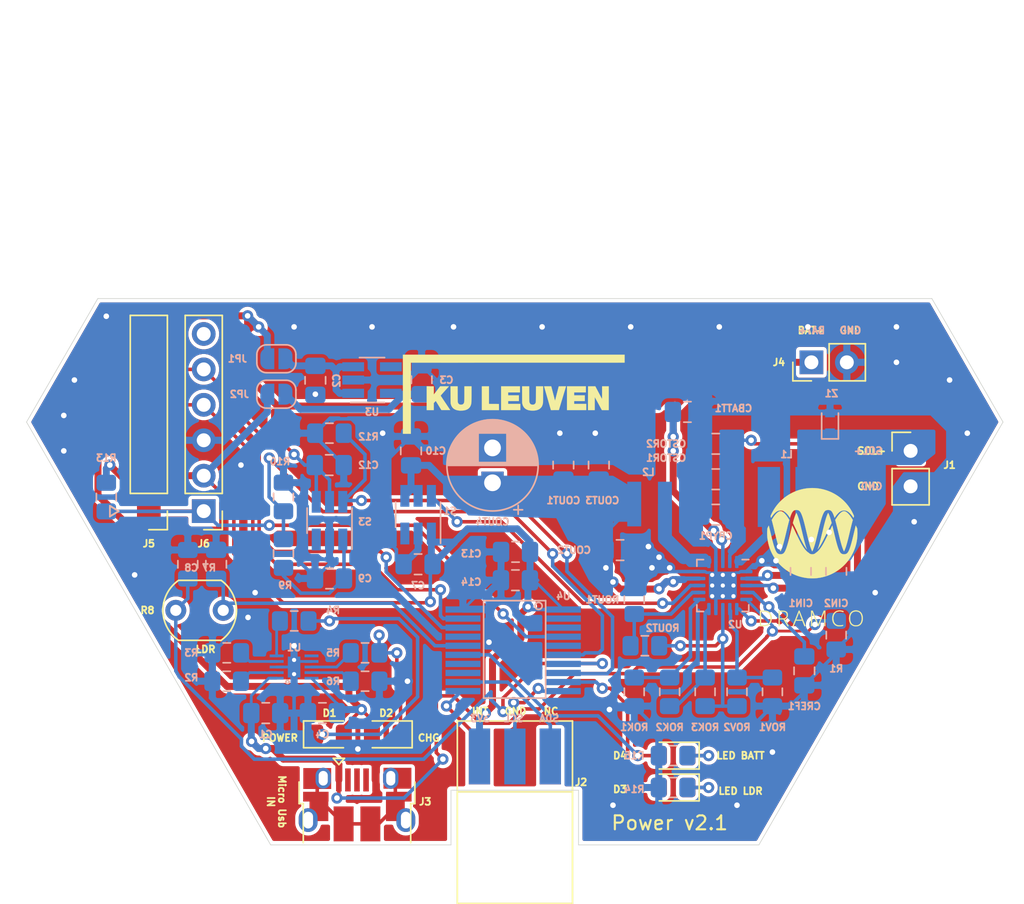
<source format=kicad_pcb>
(kicad_pcb (version 20171130) (host pcbnew "(5.1.6)-1")
  (layers (0 F.Cu signal) (31 B.Cu signal) (34 B.Paste user) (35 F.Paste user) (36 B.SilkS user) (37 F.SilkS user) (38 B.Mask user) (39 F.Mask user) (44 Edge.Cuts user))
  (net 0 "")
  (net 1 GND)
  (net 2 VUSB)
  (net 3 "Net-(C2-Pad1)")
  (net 4 "Net-(C3-Pad1)")
  (net 5 BAT+)
  (net 6 SOL+)
  (net 7 3V3)
  (net 8 VSTOR)
  (net 9 "Net-(CREF1-Pad1)")
  (net 10 "Net-(D1-Pad1)")
  (net 11 LED0)
  (net 12 "Net-(D3-Pad1)")
  (net 13 LED1)
  (net 14 "Net-(D4-Pad1)")
  (net 15 INT)
  (net 16 SDA)
  (net 17 SCL)
  (net 18 "Net-(J3-Pad6)")
  (net 19 MCLR)
  (net 20 ICSPDAT)
  (net 21 ICSPCLK)
  (net 22 "Net-(L1-Pad1)")
  (net 23 "Net-(L2-Pad2)")
  (net 24 "Net-(R2-Pad1)")
  (net 25 "Net-(R3-Pad1)")
  (net 26 "Net-(R6-Pad1)")
  (net 27 BAT_VOLTAGE)
  (net 28 HYST)
  (net 29 PROG)
  (net 30 SET)
  (net 31 BAT_MEAS_EN)
  (net 32 VBAT_OK_TO_MCU)
  (net 33 3V3BUCK)
  (net 34 "Net-(C9-Pad1)")
  (net 35 LDR_VOLTAGE)
  (net 36 "Net-(J2-Pad1)")
  (net 37 "Net-(J3-Pad3)")
  (net 38 "Net-(J3-Pad4)")
  (net 39 "Net-(J3-Pad2)")
  (net 40 "Net-(J5-Pad6)")
  (net 41 "Net-(J6-Pad6)")
  (net 42 "Net-(S1-Pad3)")
  (net 43 "Net-(S3-Pad3)")
  (net 44 "Net-(U1-Pad6)")
  (net 45 "Net-(U3-Pad4)")
  (net 46 "Net-(U4-Pad2)")
  (net 47 "Net-(U4-Pad3)")
  (net 48 "Net-(U4-Pad13)")
  (net 49 "Net-(U4-Pad14)")
  (net 50 "Net-(U4-Pad17)")
  (net 51 "Net-(ROK3-Pad1)")
  (net 52 "Net-(ROV1-Pad1)")
  (net 53 "Net-(D2-Pad1)")
  (net 54 "Net-(R4-Pad1)")
  (net 55 LDR)
  (net 56 "Net-(R5-Pad1)")
  (net 57 "Net-(U4-Pad5)")
  (module SamacSys_Parts:logoKuleuven2 (layer F.Cu) (at 122.428 75.946)
    (fp_text reference G*** hide)
    (fp_text value LOGO hide)
  )
  (module SamacSys_Parts:logoDramco2 (layer F.Cu) (at 143.764 87.63)
    (fp_text reference G*** hide)
    (fp_text value LOGO hide)
  )
  (module Diode_SMD:D_SOD-523 (layer B.Cu) (at 145.1 78 90)
    (fp_text reference Z1 (at 2.1 0.1) (layer B.SilkS) (effects (font (size 0.5 0.5) (thickness 0.125)) (justify mirror)))
    (fp_text value BZT52C4V7T-7)
    (pad 1 smd rect (at -0.7 0 270) (size 0.6 0.7) (layers B.Cu B.Paste B.Mask) (net 6 SOL+))
    (pad 2 smd rect (at 0.7 0 270) (size 0.6 0.7) (layers B.Cu B.Paste B.Mask) (net 1 GND))
  )
  (module Resistor_SMD:R_0805_2012Metric_Pad1.15x1.40mm_HandSolder (layer B.Cu) (at 106.689 92.202)
    (fp_text reference R4 (at 2.785 -0.762) (layer B.SilkS) (effects (font (size 0.5 0.5) (thickness 0.125)) (justify mirror)))
    (fp_text value 1.5k)
    (pad 2 smd roundrect (at 1.025 0) (size 1.15 1.4) (layers B.Cu B.Paste B.Mask) (roundrect_rratio 0.217391) (net 10 "Net-(D1-Pad1)"))
    (pad 1 smd roundrect (at -1.025 0) (size 1.15 1.4) (layers B.Cu B.Paste B.Mask) (roundrect_rratio 0.217391) (net 54 "Net-(R4-Pad1)"))
  )
  (module Resistor_SMD:R_0805_2012Metric_Pad1.15x1.40mm_HandSolder (layer B.Cu) (at 111.769 94.488)
    (fp_text reference R5 (at -2.295 0) (layer B.SilkS) (effects (font (size 0.5 0.5) (thickness 0.125)) (justify mirror)))
    (fp_text value 1.5k)
    (pad 2 smd roundrect (at 1.025 0) (size 1.15 1.4) (layers B.Cu B.Paste B.Mask) (roundrect_rratio 0.217391) (net 53 "Net-(D2-Pad1)"))
    (pad 1 smd roundrect (at -1.025 0) (size 1.15 1.4) (layers B.Cu B.Paste B.Mask) (roundrect_rratio 0.217391) (net 56 "Net-(R5-Pad1)"))
  )
  (module Connector_PinHeader_2.54mm:PinHeader_1x02_P2.54mm_Vertical (layer F.Cu) (at 150.876 80.01)
    (fp_text reference J1 (at 2.794 1.016) (layer F.SilkS) (effects (font (size 0.5 0.5) (thickness 0.125))))
    (fp_text value Conn_01x02)
    (pad 1 thru_hole rect (at 0 0) (size 1.7 1.7) (drill 1) (layers *.Cu *.Mask) (net 6 SOL+))
    (pad 2 thru_hole oval (at 0 2.54) (size 1.7 1.7) (drill 1) (layers *.Cu *.Mask) (net 1 GND))
  )
  (module Capacitor_SMD:C_0805_2012Metric_Pad1.18x1.45mm_HandSolder (layer B.Cu) (at 136.906 82.042 180)
    (fp_text reference CSTOR1 (at 3.556 1.524 180) (layer B.SilkS) (effects (font (size 0.5 0.5) (thickness 0.125)) (justify mirror)))
    (fp_text value "4.7 uF")
    (pad 2 smd roundrect (at 1.0375 0 180) (size 1.175 1.45) (layers B.Cu B.Paste B.Mask) (roundrect_rratio 0.212766) (net 1 GND))
    (pad 1 smd roundrect (at -1.0375 0 180) (size 1.175 1.45) (layers B.Cu B.Paste B.Mask) (roundrect_rratio 0.212766) (net 8 VSTOR))
  )
  (module Capacitor_SMD:C_0805_2012Metric_Pad1.18x1.45mm_HandSolder (layer B.Cu) (at 143.256 95.7795 270)
    (fp_text reference CREF1 (at 2.54 0 180) (layer B.SilkS) (effects (font (size 0.5 0.5) (thickness 0.125)) (justify mirror)))
    (fp_text value "10 nF")
    (pad 2 smd roundrect (at 1.0375 0 270) (size 1.175 1.45) (layers B.Cu B.Paste B.Mask) (roundrect_rratio 0.212766) (net 1 GND))
    (pad 1 smd roundrect (at -1.0375 0 270) (size 1.175 1.45) (layers B.Cu B.Paste B.Mask) (roundrect_rratio 0.212766) (net 9 "Net-(CREF1-Pad1)"))
  )
  (module Capacitor_SMD:C_0805_2012Metric_Pad1.18x1.45mm_HandSolder (layer B.Cu) (at 125.984 81.026 90)
    (fp_text reference COUT1 (at -2.54 0 180) (layer B.SilkS) (effects (font (size 0.5 0.5) (thickness 0.125)) (justify mirror)))
    (fp_text value 100n)
    (pad 2 smd roundrect (at 1.0375 0 90) (size 1.175 1.45) (layers B.Cu B.Paste B.Mask) (roundrect_rratio 0.212766) (net 1 GND))
    (pad 1 smd roundrect (at -1.0375 0 90) (size 1.175 1.45) (layers B.Cu B.Paste B.Mask) (roundrect_rratio 0.212766) (net 33 3V3BUCK))
  )
  (module Capacitor_SMD:C_0805_2012Metric_Pad1.18x1.45mm_HandSolder (layer B.Cu) (at 143.002 88.646 270)
    (fp_text reference CIN1 (at 2.286 0 180) (layer B.SilkS) (effects (font (size 0.5 0.5) (thickness 0.125)) (justify mirror)))
    (fp_text value "4.7 uF")
    (pad 2 smd roundrect (at 1.0375 0 270) (size 1.175 1.45) (layers B.Cu B.Paste B.Mask) (roundrect_rratio 0.212766) (net 1 GND))
    (pad 1 smd roundrect (at -1.0375 0 270) (size 1.175 1.45) (layers B.Cu B.Paste B.Mask) (roundrect_rratio 0.212766) (net 6 SOL+))
  )
  (module Capacitor_SMD:C_0805_2012Metric_Pad1.18x1.45mm_HandSolder (layer B.Cu) (at 136.906 84.582 180)
    (fp_text reference CBYP1 (at 0 -1.524) (layer B.SilkS) (effects (font (size 0.5 0.5) (thickness 0.125)) (justify mirror)))
    (fp_text value "10 nF")
    (pad 2 smd roundrect (at 1.0375 0 180) (size 1.175 1.45) (layers B.Cu B.Paste B.Mask) (roundrect_rratio 0.212766) (net 1 GND))
    (pad 1 smd roundrect (at -1.0375 0 180) (size 1.175 1.45) (layers B.Cu B.Paste B.Mask) (roundrect_rratio 0.212766) (net 8 VSTOR))
  )
  (module Capacitor_SMD:C_0805_2012Metric_Pad1.18x1.45mm_HandSolder (layer B.Cu) (at 122.546 89.281)
    (fp_text reference C14 (at -3.166 0.127) (layer B.SilkS) (effects (font (size 0.5 0.5) (thickness 0.125)) (justify mirror)))
    (fp_text value "100 nF")
    (pad 2 smd roundrect (at 1.0375 0) (size 1.175 1.45) (layers B.Cu B.Paste B.Mask) (roundrect_rratio 0.212766) (net 7 3V3))
    (pad 1 smd roundrect (at -1.0375 0) (size 1.175 1.45) (layers B.Cu B.Paste B.Mask) (roundrect_rratio 0.212766) (net 1 GND))
  )
  (module Capacitor_SMD:C_0805_2012Metric_Pad1.18x1.45mm_HandSolder (layer B.Cu) (at 122.555 87.249)
    (fp_text reference C13 (at -3.175 0.127) (layer B.SilkS) (effects (font (size 0.5 0.5) (thickness 0.125)) (justify mirror)))
    (fp_text value "10 uF")
    (pad 2 smd roundrect (at 1.0375 0) (size 1.175 1.45) (layers B.Cu B.Paste B.Mask) (roundrect_rratio 0.212766) (net 7 3V3))
    (pad 1 smd roundrect (at -1.0375 0) (size 1.175 1.45) (layers B.Cu B.Paste B.Mask) (roundrect_rratio 0.212766) (net 1 GND))
  )
  (module Capacitor_SMD:C_0805_2012Metric_Pad1.18x1.45mm_HandSolder (layer B.Cu) (at 109.1985 81.026)
    (fp_text reference C12 (at 2.8155 0) (layer B.SilkS) (effects (font (size 0.5 0.5) (thickness 0.125)) (justify mirror)))
    (fp_text value "1 uF")
    (pad 2 smd roundrect (at 1.0375 0) (size 1.175 1.45) (layers B.Cu B.Paste B.Mask) (roundrect_rratio 0.212766) (net 1 GND))
    (pad 1 smd roundrect (at -1.0375 0) (size 1.175 1.45) (layers B.Cu B.Paste B.Mask) (roundrect_rratio 0.212766) (net 5 BAT+))
  )
  (module Capacitor_SMD:C_0805_2012Metric_Pad1.18x1.45mm_HandSolder (layer B.Cu) (at 115.062 80.01 90)
    (fp_text reference C10 (at 0 1.778 180) (layer B.SilkS) (effects (font (size 0.5 0.5) (thickness 0.125)) (justify mirror)))
    (fp_text value "1 uF")
    (pad 2 smd roundrect (at 1.0375 0 90) (size 1.175 1.45) (layers B.Cu B.Paste B.Mask) (roundrect_rratio 0.212766) (net 1 GND))
    (pad 1 smd roundrect (at -1.0375 0 90) (size 1.175 1.45) (layers B.Cu B.Paste B.Mask) (roundrect_rratio 0.212766) (net 33 3V3BUCK))
  )
  (module Capacitor_SMD:C_0805_2012Metric_Pad1.18x1.45mm_HandSolder (layer B.Cu) (at 109.22 89.154 180)
    (fp_text reference C9 (at -2.54 0) (layer B.SilkS) (effects (font (size 0.5 0.5) (thickness 0.125)) (justify mirror)))
    (fp_text value "1 uF")
    (pad 2 smd roundrect (at 1.0375 0 180) (size 1.175 1.45) (layers B.Cu B.Paste B.Mask) (roundrect_rratio 0.212766) (net 1 GND))
    (pad 1 smd roundrect (at -1.0375 0 180) (size 1.175 1.45) (layers B.Cu B.Paste B.Mask) (roundrect_rratio 0.212766) (net 34 "Net-(C9-Pad1)"))
  )
  (module Capacitor_SMD:C_0805_2012Metric_Pad1.18x1.45mm_HandSolder (layer B.Cu) (at 101.092 88.138 90)
    (fp_text reference C8 (at -0.254 -1.778 180) (layer B.SilkS) (effects (font (size 0.5 0.5) (thickness 0.125)) (justify mirror)))
    (fp_text value "1 uF")
    (pad 2 smd roundrect (at 1.0375 0 90) (size 1.175 1.45) (layers B.Cu B.Paste B.Mask) (roundrect_rratio 0.212766) (net 1 GND))
    (pad 1 smd roundrect (at -1.0375 0 90) (size 1.175 1.45) (layers B.Cu B.Paste B.Mask) (roundrect_rratio 0.212766) (net 55 LDR))
  )
  (module Capacitor_SMD:C_0805_2012Metric_Pad1.18x1.45mm_HandSolder (layer B.Cu) (at 115.57 88.138 180)
    (fp_text reference C7 (at 0 -1.524) (layer B.SilkS) (effects (font (size 0.5 0.5) (thickness 0.125)) (justify mirror)))
    (fp_text value "1 uF")
    (pad 2 smd roundrect (at 1.0375 0 180) (size 1.175 1.45) (layers B.Cu B.Paste B.Mask) (roundrect_rratio 0.212766) (net 1 GND))
    (pad 1 smd roundrect (at -1.0375 0 180) (size 1.175 1.45) (layers B.Cu B.Paste B.Mask) (roundrect_rratio 0.212766) (net 7 3V3))
  )
  (module Capacitor_SMD:C_0805_2012Metric_Pad1.18x1.45mm_HandSolder (layer B.Cu) (at 108.712 98.806 180)
    (fp_text reference C4 (at 0 -1.524) (layer B.SilkS) (effects (font (size 0.5 0.5) (thickness 0.125)) (justify mirror)))
    (fp_text value "1 uF")
    (pad 2 smd roundrect (at 1.0375 0 180) (size 1.175 1.45) (layers B.Cu B.Paste B.Mask) (roundrect_rratio 0.212766) (net 1 GND))
    (pad 1 smd roundrect (at -1.0375 0 180) (size 1.175 1.45) (layers B.Cu B.Paste B.Mask) (roundrect_rratio 0.212766) (net 5 BAT+))
  )
  (module Capacitor_SMD:C_0805_2012Metric_Pad1.18x1.45mm_HandSolder (layer B.Cu) (at 115.824 74.9085 90)
    (fp_text reference C3 (at -0.0215 1.778 180) (layer B.SilkS) (effects (font (size 0.5 0.5) (thickness 0.125)) (justify mirror)))
    (fp_text value "1 uF")
    (pad 2 smd roundrect (at 1.0375 0 90) (size 1.175 1.45) (layers B.Cu B.Paste B.Mask) (roundrect_rratio 0.212766) (net 1 GND))
    (pad 1 smd roundrect (at -1.0375 0 90) (size 1.175 1.45) (layers B.Cu B.Paste B.Mask) (roundrect_rratio 0.212766) (net 4 "Net-(C3-Pad1)"))
  )
  (module Capacitor_SMD:C_0805_2012Metric_Pad1.18x1.45mm_HandSolder (layer B.Cu) (at 108.204 74.9515 270)
    (fp_text reference C2 (at 0.0215 -1.524 90) (layer B.SilkS) (effects (font (size 0.5 0.5) (thickness 0.125)) (justify mirror)))
    (fp_text value "1 uF")
    (pad 2 smd roundrect (at 1.0375 0 270) (size 1.175 1.45) (layers B.Cu B.Paste B.Mask) (roundrect_rratio 0.212766) (net 1 GND))
    (pad 1 smd roundrect (at -1.0375 0 270) (size 1.175 1.45) (layers B.Cu B.Paste B.Mask) (roundrect_rratio 0.212766) (net 3 "Net-(C2-Pad1)"))
  )
  (module Capacitor_SMD:C_0805_2012Metric_Pad1.18x1.45mm_HandSolder (layer B.Cu) (at 104.648 98.806)
    (fp_text reference C1 (at 0 1.524) (layer B.SilkS) (effects (font (size 0.5 0.5) (thickness 0.125)) (justify mirror)))
    (fp_text value "1 uF")
    (pad 2 smd roundrect (at 1.0375 0) (size 1.175 1.45) (layers B.Cu B.Paste B.Mask) (roundrect_rratio 0.212766) (net 1 GND))
    (pad 1 smd roundrect (at -1.0375 0) (size 1.175 1.45) (layers B.Cu B.Paste B.Mask) (roundrect_rratio 0.212766) (net 2 VUSB))
  )
  (module Capacitor_SMD:C_0805_2012Metric_Pad1.18x1.45mm_HandSolder (layer B.Cu) (at 130.048 87.122)
    (fp_text reference COUT2 (at -3.302 0) (layer B.SilkS) (effects (font (size 0.5 0.5) (thickness 0.125)) (justify mirror)))
    (fp_text value "22 uF")
    (pad 1 smd roundrect (at -1.0375 0) (size 1.175 1.45) (layers B.Cu B.Paste B.Mask) (roundrect_rratio 0.212766) (net 33 3V3BUCK))
    (pad 2 smd roundrect (at 1.0375 0) (size 1.175 1.45) (layers B.Cu B.Paste B.Mask) (roundrect_rratio 0.212766) (net 1 GND))
  )
  (module Capacitor_SMD:C_0805_2012Metric_Pad1.18x1.45mm_HandSolder (layer B.Cu) (at 145.542 88.646 270)
    (fp_text reference CIN2 (at 2.286 0 180) (layer B.SilkS) (effects (font (size 0.5 0.5) (thickness 0.125)) (justify mirror)))
    (fp_text value 100n)
    (pad 1 smd roundrect (at -1.0375 0 270) (size 1.175 1.45) (layers B.Cu B.Paste B.Mask) (roundrect_rratio 0.212766) (net 6 SOL+))
    (pad 2 smd roundrect (at 1.0375 0 270) (size 1.175 1.45) (layers B.Cu B.Paste B.Mask) (roundrect_rratio 0.212766) (net 1 GND))
  )
  (module Capacitor_SMD:C_0805_2012Metric_Pad1.18x1.45mm_HandSolder (layer B.Cu) (at 136.906 79.502 180)
    (fp_text reference CSTOR2 (at 3.556 0) (layer B.SilkS) (effects (font (size 0.5 0.5) (thickness 0.125)) (justify mirror)))
    (fp_text value DNP)
    (pad 2 smd roundrect (at 1.0375 0 180) (size 1.175 1.45) (layers B.Cu B.Paste B.Mask) (roundrect_rratio 0.212766) (net 1 GND))
    (pad 1 smd roundrect (at -1.0375 0 180) (size 1.175 1.45) (layers B.Cu B.Paste B.Mask) (roundrect_rratio 0.212766) (net 8 VSTOR))
  )
  (module Capacitor_SMD:C_0805_2012Metric_Pad1.18x1.45mm_HandSolder (layer B.Cu) (at 134.874 77.216)
    (fp_text reference CBATT1 (at 3.302 -0.254) (layer B.SilkS) (effects (font (size 0.5 0.5) (thickness 0.125)) (justify mirror)))
    (fp_text value DNP)
    (pad 2 smd roundrect (at 1.0375 0) (size 1.175 1.45) (layers B.Cu B.Paste B.Mask) (roundrect_rratio 0.212766) (net 1 GND))
    (pad 1 smd roundrect (at -1.0375 0) (size 1.175 1.45) (layers B.Cu B.Paste B.Mask) (roundrect_rratio 0.212766) (net 5 BAT+))
  )
  (module Capacitor_SMD:C_0805_2012Metric_Pad1.18x1.45mm_HandSolder (layer B.Cu) (at 128.524 81.026 90)
    (fp_text reference COUT3 (at -2.54 0.254 180) (layer B.SilkS) (effects (font (size 0.5 0.5) (thickness 0.125)) (justify mirror)))
    (fp_text value DNP)
    (pad 2 smd roundrect (at 1.0375 0 90) (size 1.175 1.45) (layers B.Cu B.Paste B.Mask) (roundrect_rratio 0.212766) (net 1 GND))
    (pad 1 smd roundrect (at -1.0375 0 90) (size 1.175 1.45) (layers B.Cu B.Paste B.Mask) (roundrect_rratio 0.212766) (net 33 3V3BUCK))
  )
  (module BQ24040:BQ24040 (layer B.Cu) (at 105.68 96.304)
    (fp_text reference U1 (at 1 -2.197) (layer B.SilkS) (effects (font (size 0.5 0.5) (thickness 0.125)) (justify mirror)))
    (fp_text value BQ24040)
    (pad 1 smd rect (at -0.25 0) (size 1 0.2) (layers B.Cu B.Paste B.Mask) (net 2 VUSB))
    (pad 2 smd rect (at -0.25 -0.4) (size 1 0.2) (layers B.Cu B.Paste B.Mask) (net 24 "Net-(R2-Pad1)"))
    (pad 3 smd rect (at -0.25 -0.8) (size 1 0.2) (layers B.Cu B.Paste B.Mask) (net 1 GND))
    (pad 4 smd rect (at -0.25 -1.2) (size 1 0.2) (layers B.Cu B.Paste B.Mask) (net 25 "Net-(R3-Pad1)"))
    (pad 5 smd rect (at -0.25 -1.6) (size 1 0.2) (layers B.Cu B.Paste B.Mask) (net 54 "Net-(R4-Pad1)"))
    (pad 6 smd rect (at 2.25 -1.6) (size 1 0.2) (layers B.Cu B.Paste B.Mask) (net 44 "Net-(U1-Pad6)"))
    (pad 7 smd rect (at 2.25 -1.2) (size 1 0.2) (layers B.Cu B.Paste B.Mask) (net 1 GND))
    (pad 8 smd rect (at 2.25 -0.8) (size 1 0.2) (layers B.Cu B.Paste B.Mask) (net 56 "Net-(R5-Pad1)"))
    (pad 9 smd rect (at 2.25 -0.4) (size 1 0.2) (layers B.Cu B.Paste B.Mask) (net 26 "Net-(R6-Pad1)"))
    (pad 10 smd rect (at 2.25 0) (size 1 0.2) (layers B.Cu B.Paste B.Mask) (net 5 BAT+))
    (pad 11 smd rect (at 1 -0.8) (size 0.9 1.5) (layers B.Cu B.Paste B.Mask) (net 1 GND))
  )
  (module LED_SMD:LED_0805_2012Metric_Pad1.15x1.40mm_HandSolder (layer F.Cu) (at 109.22 100.33)
    (fp_text reference D1 (at 0 -1.524) (layer F.SilkS) (effects (font (size 0.5 0.5) (thickness 0.125))))
    (fp_text value LED)
    (pad 1 smd roundrect (at -1.025 0) (size 1.15 1.4) (layers F.Cu F.Paste F.Mask) (roundrect_rratio 0.217391) (net 10 "Net-(D1-Pad1)"))
    (pad 2 smd roundrect (at 1.025 0) (size 1.15 1.4) (layers F.Cu F.Paste F.Mask) (roundrect_rratio 0.217391) (net 5 BAT+))
  )
  (module LED_SMD:LED_0805_2012Metric_Pad1.15x1.40mm_HandSolder (layer F.Cu) (at 113.284 100.33 180)
    (fp_text reference D2 (at 0 1.524) (layer F.SilkS) (effects (font (size 0.5 0.5) (thickness 0.125))))
    (fp_text value LED)
    (pad 1 smd roundrect (at -1.025 0 180) (size 1.15 1.4) (layers F.Cu F.Paste F.Mask) (roundrect_rratio 0.217391) (net 53 "Net-(D2-Pad1)"))
    (pad 2 smd roundrect (at 1.025 0 180) (size 1.15 1.4) (layers F.Cu F.Paste F.Mask) (roundrect_rratio 0.217391) (net 5 BAT+))
  )
  (module LED_SMD:LED_0805_2012Metric_Pad1.15x1.40mm_HandSolder (layer F.Cu) (at 133.858 104.14 180)
    (fp_text reference D3 (at 3.81 -0.127) (layer F.SilkS) (effects (font (size 0.5 0.5) (thickness 0.125))))
    (fp_text value LED)
    (pad 2 smd roundrect (at 1.025 0 180) (size 1.15 1.4) (layers F.Cu F.Paste F.Mask) (roundrect_rratio 0.217391) (net 11 LED0))
    (pad 1 smd roundrect (at -1.025 0 180) (size 1.15 1.4) (layers F.Cu F.Paste F.Mask) (roundrect_rratio 0.217391) (net 12 "Net-(D3-Pad1)"))
  )
  (module LED_SMD:LED_0805_2012Metric_Pad1.15x1.40mm_HandSolder (layer F.Cu) (at 133.858 101.854 180)
    (fp_text reference D4 (at 3.81 0) (layer F.SilkS) (effects (font (size 0.5 0.5) (thickness 0.125))))
    (fp_text value LED)
    (pad 2 smd roundrect (at 1.025 0 180) (size 1.15 1.4) (layers F.Cu F.Paste F.Mask) (roundrect_rratio 0.217391) (net 13 LED1))
    (pad 1 smd roundrect (at -1.025 0 180) (size 1.15 1.4) (layers F.Cu F.Paste F.Mask) (roundrect_rratio 0.217391) (net 14 "Net-(D4-Pad1)"))
  )
  (module USB_Micro:USB_Micro (layer F.Cu) (at 105.791 105.156)
    (fp_text reference J3 (at 10.287 0) (layer F.SilkS) (effects (font (size 0.5 0.5) (thickness 0.125))))
    (fp_text value USB_B_Micro)
    (fp_text user " " (at 7.3479 -3.15926) (layer F.SilkS) (effects (font (size 0.5 0.5) (thickness 0.125))))
    (pad 6 smd rect (at 4.4379 1.59074 90) (size 2.5 1.43) (layers F.Cu F.Paste F.Mask) (net 18 "Net-(J3-Pad6)"))
    (pad 6 smd rect (at 2.5479 -1.65926) (size 2 1.5) (layers F.Cu F.Paste F.Mask) (net 18 "Net-(J3-Pad6)"))
    (pad 6 smd rect (at 8.1479 0.39074) (size 1.35 2) (layers F.Cu F.Paste F.Mask) (net 18 "Net-(J3-Pad6)"))
    (pad 6 smd rect (at 2.6679 0.39074) (size 1.35 2) (layers F.Cu F.Paste F.Mask) (net 18 "Net-(J3-Pad6)"))
    (pad 3 smd rect (at 5.3979 -1.55926 90) (size 1.65 0.4) (layers F.Cu F.Paste F.Mask) (net 37 "Net-(J3-Pad3)"))
    (pad 6 thru_hole oval (at 8.8979 1.32074 90) (size 1.7 1.35) (drill oval 1.2 0.7) (layers *.Cu *.Mask) (net 18 "Net-(J3-Pad6)"))
    (pad 6 thru_hole oval (at 2.9779 -1.67926 90) (size 1.5 1.1) (drill oval 1.05 0.65) (layers *.Cu *.Mask) (net 18 "Net-(J3-Pad6)"))
    (pad 6 thru_hole oval (at 7.8179 -1.67926 90) (size 1.5 1.1) (drill oval 1.05 0.65) (layers *.Cu *.Mask) (net 18 "Net-(J3-Pad6)"))
    (pad 5 smd rect (at 6.6979 -1.55926 90) (size 1.65 0.4) (layers F.Cu F.Paste F.Mask) (net 1 GND))
    (pad 4 smd rect (at 6.0479 -1.55926 90) (size 1.65 0.4) (layers F.Cu F.Paste F.Mask) (net 38 "Net-(J3-Pad4)"))
    (pad 6 smd rect (at 8.3979 -0.35926) (size 1.825 0.7) (layers F.Cu F.Paste F.Mask) (net 18 "Net-(J3-Pad6)"))
    (pad 1 smd rect (at 4.0979 -1.55926 90) (size 1.65 0.4) (layers F.Cu F.Paste F.Mask) (net 2 VUSB))
    (pad 6 smd rect (at 8.2979 -1.67926) (size 2 1.5) (layers F.Cu F.Paste F.Mask) (net 18 "Net-(J3-Pad6)"))
    (pad 6 smd rect (at 2.4479 -0.35926) (size 1.825 0.7) (layers F.Cu F.Paste F.Mask) (net 18 "Net-(J3-Pad6)"))
    (pad 2 smd rect (at 4.7479 -1.55926 90) (size 1.65 0.4) (layers F.Cu F.Paste F.Mask) (net 39 "Net-(J3-Pad2)"))
    (pad 6 thru_hole oval (at 1.8979 1.32074 90) (size 1.7 1.35) (drill oval 1.2 0.7) (layers *.Cu *.Mask) (net 18 "Net-(J3-Pad6)"))
    (pad 6 smd rect (at 6.3579 1.59074 90) (size 2.5 1.43) (layers F.Cu F.Paste F.Mask) (net 18 "Net-(J3-Pad6)"))
  )
  (module Connector_PinHeader_2.54mm:PinHeader_1x02_P2.54mm_Vertical (layer F.Cu) (at 143.764 73.66 90)
    (fp_text reference J4 (at 0 -2.33 180) (layer F.SilkS) (effects (font (size 0.5 0.5) (thickness 0.125))))
    (fp_text value Conn_01x02_battery)
    (pad 2 thru_hole oval (at 0 2.54 90) (size 1.7 1.7) (drill 1) (layers *.Cu *.Mask) (net 1 GND))
    (pad 1 thru_hole rect (at 0 0 90) (size 1.7 1.7) (drill 1) (layers *.Cu *.Mask) (net 5 BAT+))
  )
  (module Connector_PinHeader_2.54mm:PinHeader_1x06_P2.54mm_Vertical (layer F.Cu) (at 96.266 84.328 180)
    (fp_text reference J5 (at 0 -2.33) (layer F.SilkS) (effects (font (size 0.5 0.5) (thickness 0.125))))
    (fp_text value Conn_01x06_programmer)
    (pad 1 smd rect (at 0 0 180) (size 1.7 1.7) (layers F.Cu F.Paste F.Mask) (net 19 MCLR))
    (pad 2 smd oval (at 0 2.54 180) (size 1.7 1.7) (layers F.Cu F.Paste F.Mask) (net 7 3V3))
    (pad 3 smd oval (at 0 5.08 180) (size 1.7 1.7) (layers F.Cu F.Paste F.Mask) (net 1 GND))
    (pad 4 smd oval (at 0 7.62 180) (size 1.7 1.7) (layers F.Cu F.Paste F.Mask) (net 20 ICSPDAT))
    (pad 5 smd oval (at 0 10.16 180) (size 1.7 1.7) (layers F.Cu F.Paste F.Mask) (net 21 ICSPCLK))
    (pad 6 smd oval (at 0 12.7 180) (size 1.7 1.7) (layers F.Cu F.Paste F.Mask) (net 40 "Net-(J5-Pad6)"))
  )
  (module Connector_PinHeader_2.54mm:PinHeader_1x06_P2.54mm_Vertical (layer F.Cu) (at 100.203 84.328 180)
    (fp_text reference J6 (at 0 -2.33) (layer F.SilkS) (effects (font (size 0.5 0.5) (thickness 0.125))))
    (fp_text value Conn_01x06_programmer)
    (pad 6 thru_hole oval (at 0 12.7 180) (size 1.7 1.7) (drill 1) (layers *.Cu *.Mask) (net 41 "Net-(J6-Pad6)"))
    (pad 5 thru_hole oval (at 0 10.16 180) (size 1.7 1.7) (drill 1) (layers *.Cu *.Mask) (net 21 ICSPCLK))
    (pad 4 thru_hole oval (at 0 7.62 180) (size 1.7 1.7) (drill 1) (layers *.Cu *.Mask) (net 20 ICSPDAT))
    (pad 3 thru_hole oval (at 0 5.08 180) (size 1.7 1.7) (drill 1) (layers *.Cu *.Mask) (net 1 GND))
    (pad 2 thru_hole oval (at 0 2.54 180) (size 1.7 1.7) (drill 1) (layers *.Cu *.Mask) (net 7 3V3))
    (pad 1 thru_hole rect (at 0 0 180) (size 1.7 1.7) (drill 1) (layers *.Cu *.Mask) (net 19 MCLR))
  )
  (module Jumper:SolderJumper-2_P1.3mm_Open_RoundedPad1.0x1.5mm (layer B.Cu) (at 105.41 73.406)
    (fp_text reference JP1 (at -2.794 0 180) (layer B.SilkS) (effects (font (size 0.5 0.5) (thickness 0.125)) (justify mirror)))
    (fp_text value SolderJumper_2_Open)
    (pad 1 smd custom (at -0.65 0) (size 1 0.5) (layers B.Cu B.Mask) (net 5 BAT+) (options (clearance outline) (anchor rect)) (primitives (gr_circle (center 0 -0.25) (end 0.5 -0.25) (width 0)) (gr_circle (center 0 0.25) (end 0.5 0.25) (width 0)) (gr_poly (pts (xy 0 0.75) (xy 0.5 0.75) (xy 0.5 -0.75) (xy 0 -0.75)) (width 0))))
    (pad 2 smd custom (at 0.65 0) (size 1 0.5) (layers B.Cu B.Mask) (net 3 "Net-(C2-Pad1)") (options (clearance outline) (anchor rect)) (primitives (gr_circle (center 0 -0.25) (end 0.5 -0.25) (width 0)) (gr_circle (center 0 0.25) (end 0.5 0.25) (width 0)) (gr_poly (pts (xy 0 0.75) (xy -0.5 0.75) (xy -0.5 -0.75) (xy 0 -0.75)) (width 0))))
  )
  (module Jumper:SolderJumper-2_P1.3mm_Open_RoundedPad1.0x1.5mm (layer B.Cu) (at 105.41 75.946)
    (fp_text reference JP2 (at -2.652 0 -180) (layer B.SilkS) (effects (font (size 0.5 0.5) (thickness 0.125)) (justify mirror)))
    (fp_text value SolderJumper_2_Open)
    (pad 2 smd custom (at 0.65 0) (size 1 0.5) (layers B.Cu B.Mask) (net 4 "Net-(C3-Pad1)") (options (clearance outline) (anchor rect)) (primitives (gr_circle (center 0 -0.25) (end 0.5 -0.25) (width 0)) (gr_circle (center 0 0.25) (end 0.5 0.25) (width 0)) (gr_poly (pts (xy 0 0.75) (xy -0.5 0.75) (xy -0.5 -0.75) (xy 0 -0.75)) (width 0))))
    (pad 1 smd custom (at -0.65 0) (size 1 0.5) (layers B.Cu B.Mask) (net 7 3V3) (options (clearance outline) (anchor rect)) (primitives (gr_circle (center 0 -0.25) (end 0.5 -0.25) (width 0)) (gr_circle (center 0 0.25) (end 0.5 0.25) (width 0)) (gr_poly (pts (xy 0 0.75) (xy 0.5 0.75) (xy 0.5 -0.75) (xy 0 -0.75)) (width 0))))
  )
  (module inductor_744031220_22uH:Inductor_744031220_22uH (layer B.Cu) (at 140.716 83.312 270)
    (fp_text reference L1 (at -3.048 -1.27) (layer B.SilkS) (effects (font (size 0.5 0.5) (thickness 0.125)) (justify mirror)))
    (fp_text value "22 uH")
    (pad 1 smd rect (at 0 0 270) (size 4.3 1.6) (layers B.Cu B.Paste B.Mask) (net 22 "Net-(L1-Pad1)"))
    (pad 2 smd rect (at 0 -2.7 270) (size 4.3 1.6) (layers B.Cu B.Paste B.Mask) (net 6 SOL+))
  )
  (module Inductor_744029100_10uH:Inductor_744029100_10uH (layer B.Cu) (at 131.064 83.82 270)
    (fp_text reference L2 (at -2.286 -1.016 180) (layer B.SilkS) (effects (font (size 0.5 0.5) (thickness 0.125)) (justify mirror)))
    (fp_text value "10 uH")
    (pad 1 smd rect (at 0 0 270) (size 3.2 1) (layers B.Cu B.Paste B.Mask) (net 33 3V3BUCK))
    (pad 2 smd rect (at 0 -2.2 270) (size 3.2 1) (layers B.Cu B.Paste B.Mask) (net 23 "Net-(L2-Pad2)"))
  )
  (module Resistor_SMD:R_0805_2012Metric_Pad1.15x1.40mm_HandSolder (layer B.Cu) (at 145.542 93.218 270)
    (fp_text reference R1 (at 2.404 0) (layer B.SilkS) (effects (font (size 0.5 0.5) (thickness 0.125)) (justify mirror)))
    (fp_text value 10k)
    (pad 1 smd roundrect (at -1.025 0 270) (size 1.15 1.4) (layers B.Cu B.Paste B.Mask) (roundrect_rratio 0.217391) (net 2 VUSB))
    (pad 2 smd roundrect (at 1.025 0 270) (size 1.15 1.4) (layers B.Cu B.Paste B.Mask) (roundrect_rratio 0.217391) (net 1 GND))
  )
  (module Resistor_SMD:R_0805_2012Metric_Pad1.15x1.40mm_HandSolder (layer B.Cu) (at 101.845 96.52 180)
    (fp_text reference R2 (at 2.531 0.254 180) (layer B.SilkS) (effects (font (size 0.5 0.5) (thickness 0.125)) (justify mirror)))
    (fp_text value 1k)
    (pad 2 smd roundrect (at 1.025 0 180) (size 1.15 1.4) (layers B.Cu B.Paste B.Mask) (roundrect_rratio 0.217391) (net 1 GND))
    (pad 1 smd roundrect (at -1.025 0 180) (size 1.15 1.4) (layers B.Cu B.Paste B.Mask) (roundrect_rratio 0.217391) (net 24 "Net-(R2-Pad1)"))
  )
  (module Resistor_SMD:R_0805_2012Metric_Pad1.15x1.40mm_HandSolder (layer B.Cu) (at 101.854 94.488 180)
    (fp_text reference R3 (at 2.54 0 180) (layer B.SilkS) (effects (font (size 0.5 0.5) (thickness 0.125)) (justify mirror)))
    (fp_text value 2k)
    (pad 1 smd roundrect (at -1.025 0 180) (size 1.15 1.4) (layers B.Cu B.Paste B.Mask) (roundrect_rratio 0.217391) (net 25 "Net-(R3-Pad1)"))
    (pad 2 smd roundrect (at 1.025 0 180) (size 1.15 1.4) (layers B.Cu B.Paste B.Mask) (roundrect_rratio 0.217391) (net 1 GND))
  )
  (module Resistor_SMD:R_0805_2012Metric_Pad1.15x1.40mm_HandSolder (layer B.Cu) (at 111.769 96.52)
    (fp_text reference R6 (at -2.295 0 180) (layer B.SilkS) (effects (font (size 0.5 0.5) (thickness 0.125)) (justify mirror)))
    (fp_text value 10k)
    (pad 1 smd roundrect (at -1.025 0) (size 1.15 1.4) (layers B.Cu B.Paste B.Mask) (roundrect_rratio 0.217391) (net 26 "Net-(R6-Pad1)"))
    (pad 2 smd roundrect (at 1.025 0) (size 1.15 1.4) (layers B.Cu B.Paste B.Mask) (roundrect_rratio 0.217391) (net 1 GND))
  )
  (module Resistor_SMD:R_0805_2012Metric_Pad1.15x1.40mm_HandSolder (layer B.Cu) (at 99.06 88.138 90)
    (fp_text reference R7 (at -0.254 1.524 180) (layer B.SilkS) (effects (font (size 0.5 0.5) (thickness 0.125)) (justify mirror)))
    (fp_text value 27k)
    (pad 1 smd roundrect (at -1.025 0 90) (size 1.15 1.4) (layers B.Cu B.Paste B.Mask) (roundrect_rratio 0.217391) (net 35 LDR_VOLTAGE))
    (pad 2 smd roundrect (at 1.025 0 90) (size 1.15 1.4) (layers B.Cu B.Paste B.Mask) (roundrect_rratio 0.217391) (net 1 GND))
  )
  (module Resistor_SMD:R_0805_2012Metric_Pad1.15x1.40mm_HandSolder (layer B.Cu) (at 105.918 87.367 90)
    (fp_text reference R9 (at -2.277 0.127 180) (layer B.SilkS) (effects (font (size 0.5 0.5) (thickness 0.125)) (justify mirror)))
    (fp_text value 10k)
    (pad 2 smd roundrect (at 1.025 0 90) (size 1.15 1.4) (layers B.Cu B.Paste B.Mask) (roundrect_rratio 0.217391) (net 27 BAT_VOLTAGE))
    (pad 1 smd roundrect (at -1.025 0 90) (size 1.15 1.4) (layers B.Cu B.Paste B.Mask) (roundrect_rratio 0.217391) (net 34 "Net-(C9-Pad1)"))
  )
  (module Resistor_SMD:R_0805_2012Metric_Pad1.15x1.40mm_HandSolder (layer B.Cu) (at 105.918 83.312 90)
    (fp_text reference R10 (at 2.54 -0.254 180) (layer B.SilkS) (effects (font (size 0.5 0.5) (thickness 0.125)) (justify mirror)))
    (fp_text value 8.2k)
    (pad 1 smd roundrect (at -1.025 0 90) (size 1.15 1.4) (layers B.Cu B.Paste B.Mask) (roundrect_rratio 0.217391) (net 27 BAT_VOLTAGE))
    (pad 2 smd roundrect (at 1.025 0 90) (size 1.15 1.4) (layers B.Cu B.Paste B.Mask) (roundrect_rratio 0.217391) (net 1 GND))
  )
  (module Resistor_SMD:R_0805_2012Metric_Pad1.15x1.40mm_HandSolder (layer B.Cu) (at 93.218 83.321 270)
    (fp_text reference R13 (at -2.803 0) (layer B.SilkS) (effects (font (size 0.5 0.5) (thickness 0.125)) (justify mirror)))
    (fp_text value 10k)
    (pad 2 smd roundrect (at 1.025 0 270) (size 1.15 1.4) (layers B.Cu B.Paste B.Mask) (roundrect_rratio 0.217391) (net 19 MCLR))
    (pad 1 smd roundrect (at -1.025 0 270) (size 1.15 1.4) (layers B.Cu B.Paste B.Mask) (roundrect_rratio 0.217391) (net 7 3V3))
  )
  (module Resistor_SMD:R_0805_2012Metric_Pad1.15x1.40mm_HandSolder (layer B.Cu) (at 133.849 104.14 180)
    (fp_text reference R14 (at 2.785 -0.127) (layer B.SilkS) (effects (font (size 0.5 0.5) (thickness 0.125)) (justify mirror)))
    (fp_text value 470)
    (pad 2 smd roundrect (at 1.025 0 180) (size 1.15 1.4) (layers B.Cu B.Paste B.Mask) (roundrect_rratio 0.217391) (net 1 GND))
    (pad 1 smd roundrect (at -1.025 0 180) (size 1.15 1.4) (layers B.Cu B.Paste B.Mask) (roundrect_rratio 0.217391) (net 12 "Net-(D3-Pad1)"))
  )
  (module Resistor_SMD:R_0805_2012Metric_Pad1.15x1.40mm_HandSolder (layer B.Cu) (at 133.849 101.854 180)
    (fp_text reference R15 (at 2.785 0) (layer B.SilkS) (effects (font (size 0.5 0.5) (thickness 0.125)) (justify mirror)))
    (fp_text value 470)
    (pad 1 smd roundrect (at -1.025 0 180) (size 1.15 1.4) (layers B.Cu B.Paste B.Mask) (roundrect_rratio 0.217391) (net 14 "Net-(D4-Pad1)"))
    (pad 2 smd roundrect (at 1.025 0 180) (size 1.15 1.4) (layers B.Cu B.Paste B.Mask) (roundrect_rratio 0.217391) (net 1 GND))
  )
  (module Resistor_SMD:R_0805_2012Metric_Pad1.15x1.40mm_HandSolder (layer B.Cu) (at 136.144 97.282 90)
    (fp_text reference ROK3 (at -2.54 0 180) (layer B.SilkS) (effects (font (size 0.5 0.5) (thickness 0.125)) (justify mirror)))
    (fp_text value "1.9 M")
    (pad 2 smd roundrect (at 1.025 0 90) (size 1.15 1.4) (layers B.Cu B.Paste B.Mask) (roundrect_rratio 0.217391) (net 28 HYST))
    (pad 1 smd roundrect (at -1.025 0 90) (size 1.15 1.4) (layers B.Cu B.Paste B.Mask) (roundrect_rratio 0.217391) (net 51 "Net-(ROK3-Pad1)"))
  )
  (module Resistor_SMD:R_0805_2012Metric_Pad1.15x1.40mm_HandSolder (layer B.Cu) (at 133.604 97.282 90)
    (fp_text reference ROK2 (at -2.54 0 180) (layer B.SilkS) (effects (font (size 0.5 0.5) (thickness 0.125)) (justify mirror)))
    (fp_text value "5.49 M")
    (pad 1 smd roundrect (at -1.025 0 90) (size 1.15 1.4) (layers B.Cu B.Paste B.Mask) (roundrect_rratio 0.217391) (net 28 HYST))
    (pad 2 smd roundrect (at 1.025 0 90) (size 1.15 1.4) (layers B.Cu B.Paste B.Mask) (roundrect_rratio 0.217391) (net 29 PROG))
  )
  (module Resistor_SMD:R_0805_2012Metric_Pad1.15x1.40mm_HandSolder (layer B.Cu) (at 131.064 97.282 270)
    (fp_text reference ROK1 (at 2.54 0 180) (layer B.SilkS) (effects (font (size 0.5 0.5) (thickness 0.125)) (justify mirror)))
    (fp_text value 5.62M)
    (pad 2 smd roundrect (at 1.025 0 270) (size 1.15 1.4) (layers B.Cu B.Paste B.Mask) (roundrect_rratio 0.217391) (net 1 GND))
    (pad 1 smd roundrect (at -1.025 0 270) (size 1.15 1.4) (layers B.Cu B.Paste B.Mask) (roundrect_rratio 0.217391) (net 29 PROG))
  )
  (module Resistor_SMD:R_0805_2012Metric_Pad1.15x1.40mm_HandSolder (layer B.Cu) (at 131.826 93.98 180)
    (fp_text reference ROUT2 (at -1.27 1.27) (layer B.SilkS) (effects (font (size 0.5 0.5) (thickness 0.125)) (justify mirror)))
    (fp_text value "8.25 M")
    (pad 1 smd roundrect (at -1.025 0 180) (size 1.15 1.4) (layers B.Cu B.Paste B.Mask) (roundrect_rratio 0.217391) (net 51 "Net-(ROK3-Pad1)"))
    (pad 2 smd roundrect (at 1.025 0 180) (size 1.15 1.4) (layers B.Cu B.Paste B.Mask) (roundrect_rratio 0.217391) (net 30 SET))
  )
  (module Resistor_SMD:R_0805_2012Metric_Pad1.15x1.40mm_HandSolder (layer B.Cu) (at 131.064 90.678 90)
    (fp_text reference ROUT1 (at 0 -2.286 180) (layer B.SilkS) (effects (font (size 0.5 0.5) (thickness 0.125)) (justify mirror)))
    (fp_text value "4.75 M")
    (pad 2 smd roundrect (at 1.025 0 90) (size 1.15 1.4) (layers B.Cu B.Paste B.Mask) (roundrect_rratio 0.217391) (net 1 GND))
    (pad 1 smd roundrect (at -1.025 0 90) (size 1.15 1.4) (layers B.Cu B.Paste B.Mask) (roundrect_rratio 0.217391) (net 30 SET))
  )
  (module Resistor_SMD:R_0805_2012Metric_Pad1.15x1.40mm_HandSolder (layer B.Cu) (at 138.43 97.282 90)
    (fp_text reference ROV2 (at -2.54 0 180) (layer B.SilkS) (effects (font (size 0.5 0.5) (thickness 0.125)) (justify mirror)))
    (fp_text value "7.32 M")
    (pad 2 smd roundrect (at 1.025 0 90) (size 1.15 1.4) (layers B.Cu B.Paste B.Mask) (roundrect_rratio 0.217391) (net 52 "Net-(ROV1-Pad1)"))
    (pad 1 smd roundrect (at -1.025 0 90) (size 1.15 1.4) (layers B.Cu B.Paste B.Mask) (roundrect_rratio 0.217391) (net 51 "Net-(ROK3-Pad1)"))
  )
  (module Resistor_SMD:R_0805_2012Metric_Pad1.15x1.40mm_HandSolder (layer B.Cu) (at 140.97 97.282 270)
    (fp_text reference ROV1 (at 2.54 0 180) (layer B.SilkS) (effects (font (size 0.5 0.5) (thickness 0.125)) (justify mirror)))
    (fp_text value "5.61 M")
    (pad 1 smd roundrect (at -1.025 0 270) (size 1.15 1.4) (layers B.Cu B.Paste B.Mask) (roundrect_rratio 0.217391) (net 52 "Net-(ROV1-Pad1)"))
    (pad 2 smd roundrect (at 1.025 0 270) (size 1.15 1.4) (layers B.Cu B.Paste B.Mask) (roundrect_rratio 0.217391) (net 1 GND))
  )
  (module Package_TO_SOT_SMD:SOT-23-6_Handsoldering (layer B.Cu) (at 109.22 85.01 90)
    (fp_text reference S3 (at -0.08 2.54 180) (layer B.SilkS) (effects (font (size 0.5 0.5) (thickness 0.125)) (justify mirror)))
    (fp_text value TPS22860)
    (pad 5 smd rect (at 1.35 0 90) (size 1.56 0.65) (layers B.Cu B.Paste B.Mask) (net 5 BAT+))
    (pad 6 smd rect (at 1.35 0.95 90) (size 1.56 0.65) (layers B.Cu B.Paste B.Mask) (net 31 BAT_MEAS_EN))
    (pad 4 smd rect (at 1.35 -0.95 90) (size 1.56 0.65) (layers B.Cu B.Paste B.Mask) (net 5 BAT+))
    (pad 3 smd rect (at -1.35 -0.95 90) (size 1.56 0.65) (layers B.Cu B.Paste B.Mask) (net 43 "Net-(S3-Pad3)"))
    (pad 2 smd rect (at -1.35 0 90) (size 1.56 0.65) (layers B.Cu B.Paste B.Mask) (net 1 GND))
    (pad 1 smd rect (at -1.35 0.95 90) (size 1.56 0.65) (layers B.Cu B.Paste B.Mask) (net 34 "Net-(C9-Pad1)"))
  )
  (module Package_DFN_QFN:QFN-20-1EP_3.5x3.5mm_P0.5mm_EP2x2mm (layer B.Cu) (at 137.414 89.662 180)
    (fp_text reference U2 (at -0.889 -2.794) (layer B.SilkS) (effects (font (size 0.5 0.5) (thickness 0.125)) (justify mirror)))
    (fp_text value BQ25570)
    (pad 20 smd roundrect (at -1 1.6875 180) (size 0.25 0.875) (layers B.Cu B.Paste B.Mask) (net 22 "Net-(L1-Pad1)"))
    (pad 19 smd roundrect (at -0.5 1.6875 180) (size 0.25 0.875) (layers B.Cu B.Paste B.Mask) (net 8 VSTOR))
    (pad 18 smd roundrect (at 0 1.6875 180) (size 0.25 0.875) (layers B.Cu B.Paste B.Mask) (net 5 BAT+))
    (pad 17 smd roundrect (at 0.5 1.6875 180) (size 0.25 0.875) (layers B.Cu B.Paste B.Mask) (net 1 GND))
    (pad 16 smd roundrect (at 1 1.6875 180) (size 0.25 0.875) (layers B.Cu B.Paste B.Mask) (net 23 "Net-(L2-Pad2)"))
    (pad 15 smd roundrect (at 1.6875 1 180) (size 0.875 0.25) (layers B.Cu B.Paste B.Mask) (net 1 GND))
    (pad 14 smd roundrect (at 1.6875 0.5 180) (size 0.875 0.25) (layers B.Cu B.Paste B.Mask) (net 33 3V3BUCK))
    (pad 13 smd roundrect (at 1.6875 0 180) (size 0.875 0.25) (layers B.Cu B.Paste B.Mask) (net 32 VBAT_OK_TO_MCU))
    (pad 12 smd roundrect (at 1.6875 -0.5 180) (size 0.875 0.25) (layers B.Cu B.Paste B.Mask) (net 30 SET))
    (pad 11 smd roundrect (at 1.6875 -1 180) (size 0.875 0.25) (layers B.Cu B.Paste B.Mask) (net 29 PROG))
    (pad 10 smd roundrect (at 1 -1.6875 180) (size 0.25 0.875) (layers B.Cu B.Paste B.Mask) (net 28 HYST))
    (pad 9 smd roundrect (at 0.5 -1.6875 180) (size 0.25 0.875) (layers B.Cu B.Paste B.Mask) (net 1 GND))
    (pad 8 smd roundrect (at 0 -1.6875 180) (size 0.25 0.875) (layers B.Cu B.Paste B.Mask) (net 51 "Net-(ROK3-Pad1)"))
    (pad 7 smd roundrect (at -0.5 -1.6875 180) (size 0.25 0.875) (layers B.Cu B.Paste B.Mask) (net 52 "Net-(ROV1-Pad1)"))
    (pad 6 smd roundrect (at -1 -1.6875 180) (size 0.25 0.875) (layers B.Cu B.Paste B.Mask) (net 8 VSTOR))
    (pad 5 smd roundrect (at -1.6875 -1 180) (size 0.875 0.25) (layers B.Cu B.Paste B.Mask) (net 2 VUSB))
    (pad 4 smd roundrect (at -1.6875 -0.5 180) (size 0.875 0.25) (layers B.Cu B.Paste B.Mask) (net 9 "Net-(CREF1-Pad1)"))
    (pad 3 smd roundrect (at -1.6875 0 180) (size 0.875 0.25) (layers B.Cu B.Paste B.Mask) (net 8 VSTOR))
    (pad 2 smd roundrect (at -1.6875 0.5 180) (size 0.875 0.25) (layers B.Cu B.Paste B.Mask) (net 6 SOL+))
    (pad 1 smd roundrect (at -1.6875 1 180) (size 0.875 0.25) (layers B.Cu B.Paste B.Mask) (net 1 GND))
    (pad 21 smd roundrect (at 0 0 180) (size 2 2) (layers B.Cu B.Mask) (roundrect_rratio 0.125) (net 1 GND))
  )
  (module Package_TO_SOT_SMD:SOT-23-5_HandSoldering (layer B.Cu) (at 112.268 74.93)
    (fp_text reference U3 (at 0 2.286) (layer B.SilkS) (effects (font (size 0.5 0.5) (thickness 0.125)) (justify mirror)))
    (fp_text value TPS705)
    (pad 1 smd rect (at -1.35 0.95) (size 1.56 0.65) (layers B.Cu B.Paste B.Mask) (net 3 "Net-(C2-Pad1)"))
    (pad 2 smd rect (at -1.35 0) (size 1.56 0.65) (layers B.Cu B.Paste B.Mask) (net 1 GND))
    (pad 3 smd rect (at -1.35 -0.95) (size 1.56 0.65) (layers B.Cu B.Paste B.Mask) (net 3 "Net-(C2-Pad1)"))
    (pad 4 smd rect (at 1.35 -0.95) (size 1.56 0.65) (layers B.Cu B.Paste B.Mask) (net 45 "Net-(U3-Pad4)"))
    (pad 5 smd rect (at 1.35 0.95) (size 1.56 0.65) (layers B.Cu B.Paste B.Mask) (net 4 "Net-(C3-Pad1)"))
  )
  (module PIC16F18446SSOPPIN:PIC16F18446SSOP20PIN (layer B.Cu) (at 125.984 91.38 180)
    (fp_text reference U4 (at 0 0.956) (layer B.SilkS) (effects (font (size 0.5 0.5) (thickness 0.125)) (justify mirror)))
    (fp_text value PIC16F18446)
    (pad 1 smd rect (at 0 0 180) (size 2.5 0.45) (layers B.Cu B.Paste B.Mask) (net 7 3V3))
    (pad 2 smd rect (at 0 -0.65 180) (size 2.5 0.45) (layers B.Cu B.Paste B.Mask) (net 46 "Net-(U4-Pad2)"))
    (pad 3 smd rect (at 0 -1.3 180) (size 2.5 0.45) (layers B.Cu B.Paste B.Mask) (net 47 "Net-(U4-Pad3)"))
    (pad 4 smd rect (at 0 -1.95 180) (size 2.5 0.45) (layers B.Cu B.Paste B.Mask) (net 19 MCLR))
    (pad 5 smd rect (at 0 -2.6 180) (size 2.5 0.45) (layers B.Cu B.Paste B.Mask) (net 57 "Net-(U4-Pad5)"))
    (pad 6 smd rect (at 0 -3.25 180) (size 2.5 0.45) (layers B.Cu B.Paste B.Mask) (net 27 BAT_VOLTAGE))
    (pad 7 smd rect (at 0 -3.9 180) (size 2.5 0.45) (layers B.Cu B.Paste B.Mask) (net 35 LDR_VOLTAGE))
    (pad 8 smd rect (at 0 -4.55 180) (size 2.5 0.45) (layers B.Cu B.Paste B.Mask) (net 31 BAT_MEAS_EN))
    (pad 9 smd rect (at 0 -5.2 180) (size 2.5 0.45) (layers B.Cu B.Paste B.Mask) (net 11 LED0))
    (pad 10 smd rect (at 0 -5.85 180) (size 2.5 0.45) (layers B.Cu B.Paste B.Mask) (net 17 SCL))
    (pad 11 smd rect (at 7.2 -5.85 180) (size 2.5 0.45) (layers B.Cu B.Paste B.Mask) (net 15 INT))
    (pad 12 smd rect (at 7.2 -5.2 180) (size 2.5 0.45) (layers B.Cu B.Paste B.Mask) (net 16 SDA))
    (pad 13 smd rect (at 7.2 -4.55 180) (size 2.5 0.45) (layers B.Cu B.Paste B.Mask) (net 48 "Net-(U4-Pad13)"))
    (pad 14 smd rect (at 7.2 -3.9 180) (size 2.5 0.45) (layers B.Cu B.Paste B.Mask) (net 49 "Net-(U4-Pad14)"))
    (pad 15 smd rect (at 7.2 -3.25 180) (size 2.5 0.45) (layers B.Cu B.Paste B.Mask) (net 13 LED1))
    (pad 16 smd rect (at 7.2 -2.6 180) (size 2.5 0.45) (layers B.Cu B.Paste B.Mask) (net 55 LDR))
    (pad 17 smd rect (at 7.2 -1.95 180) (size 2.5 0.45) (layers B.Cu B.Paste B.Mask) (net 50 "Net-(U4-Pad17)"))
    (pad 18 smd rect (at 7.2 -1.3 180) (size 2.5 0.45) (layers B.Cu B.Paste B.Mask) (net 21 ICSPCLK))
    (pad 19 smd rect (at 7.2 -0.65 180) (size 2.5 0.45) (layers B.Cu B.Paste B.Mask) (net 20 ICSPDAT))
    (pad 20 smd rect (at 7.2 0 180) (size 2.5 0.45) (layers B.Cu B.Paste B.Mask) (net 1 GND))
  )
  (module ConnectorHorizontalPcb:ConnectorHorizontalPcb (layer F.Cu) (at 125.04928 101.91242 270)
    (fp_text reference J2 (at 1.84658 -2.20472 180) (layer F.SilkS) (effects (font (size 0.5 0.5) (thickness 0.125))))
    (fp_text value Conn_02x03_motherboardconn)
    (pad 1 smd rect (at 0 0 270) (size 4 1.524) (layers F.Cu F.Paste F.Mask) (net 36 "Net-(J2-Pad1)"))
    (pad 2 smd rect (at 0 2.54 270) (size 4 1.524) (layers F.Cu F.Paste F.Mask) (net 1 GND))
    (pad 3 smd rect (at 0 5.08 270) (size 4 1.524) (layers F.Cu F.Paste F.Mask) (net 15 INT))
    (pad 4 smd rect (at 0 0 270) (size 4 1.524) (layers B.Cu B.Paste B.Mask) (net 16 SDA))
    (pad 5 smd rect (at 0 2.54 270) (size 4 1.524) (layers B.Cu B.Paste B.Mask) (net 17 SCL))
    (pad 6 smd rect (at 0 5.08 270) (size 4 1.524) (layers B.Cu B.Paste B.Mask) (net 7 3V3))
  )
  (module Capacitor_THT:CP_Radial_D6.3mm_P2.50mm (layer B.Cu) (at 120.904 82.296 90)
    (fp_text reference COUT4 (at -2.794 0 180) (layer B.SilkS) (effects (font (size 0.5 0.5) (thickness 0.125)) (justify mirror)))
    (fp_text value "470 uF")
    (pad 1 thru_hole rect (at 0 0 90) (size 1.6 1.6) (drill 1.2) (layers *.Cu *.Mask) (net 33 3V3BUCK))
    (pad 2 thru_hole circle (at 2.5 0 90) (size 1.6 1.6) (drill 1.2) (layers *.Cu *.Mask) (net 1 GND))
  )
  (module Resistor_SMD:R_0805_2012Metric_Pad1.15x1.40mm_HandSolder (layer B.Cu) (at 109.211 78.74 180)
    (fp_text reference R12 (at -2.803 -0.254 180) (layer B.SilkS) (effects (font (size 0.5 0.5) (thickness 0.125)) (justify mirror)))
    (fp_text value 10k)
    (pad 1 smd roundrect (at -1.025 0 180) (size 1.15 1.4) (layers B.Cu B.Paste B.Mask) (roundrect_rratio 0.217391) (net 31 BAT_MEAS_EN))
    (pad 2 smd roundrect (at 1.025 0 180) (size 1.15 1.4) (layers B.Cu B.Paste B.Mask) (roundrect_rratio 0.217391) (net 1 GND))
  )
  (module Package_TO_SOT_SMD:SOT-23-6_Handsoldering (layer B.Cu) (at 115.57 84.582 90)
    (fp_text reference S1 (at 0.254 2.286 180) (layer B.SilkS) (effects (font (size 0.5 0.5) (thickness 0.125)) (justify mirror)))
    (fp_text value TPS22860)
    (pad 1 smd rect (at -1.35 0.95 90) (size 1.56 0.65) (layers B.Cu B.Paste B.Mask) (net 7 3V3))
    (pad 2 smd rect (at -1.35 0 90) (size 1.56 0.65) (layers B.Cu B.Paste B.Mask) (net 1 GND))
    (pad 3 smd rect (at -1.35 -0.95 90) (size 1.56 0.65) (layers B.Cu B.Paste B.Mask) (net 42 "Net-(S1-Pad3)"))
    (pad 4 smd rect (at 1.35 -0.95 90) (size 1.56 0.65) (layers B.Cu B.Paste B.Mask) (net 33 3V3BUCK))
    (pad 6 smd rect (at 1.35 0.95 90) (size 1.56 0.65) (layers B.Cu B.Paste B.Mask) (net 32 VBAT_OK_TO_MCU))
    (pad 5 smd rect (at 1.35 0 90) (size 1.56 0.65) (layers B.Cu B.Paste B.Mask) (net 33 3V3BUCK))
  )
  (module OptoDevice:R_LDR_5.1x4.3mm_P3.4mm_Vertical (layer F.Cu) (at 101.6 91.44 180)
    (fp_text reference R8 (at 5.432 0) (layer F.SilkS) (effects (font (size 0.5 0.5) (thickness 0.125))))
    (fp_text value LDR03)
    (pad 1 thru_hole circle (at 0 0 180) (size 1.5 1.5) (drill 0.8) (layers *.Cu *.Mask) (net 55 LDR))
    (pad 2 thru_hole circle (at 3.4 0 180) (size 1.5 1.5) (drill 0.8) (layers *.Cu *.Mask) (net 35 LDR_VOLTAGE))
  )
  (gr_line (start 87.5 77.9418) (end 92.6084 69.088) (layer Edge.Cuts) (width 0.05))
  (gr_line (start 157.5 77.9418) (end 152.4 69.088) (layer Edge.Cuts) (width 0.05))
  (gr_line (start 92.6084 69.088) (end 152.4 69.088) (layer Edge.Cuts) (width 0.05))
  (gr_text "Micro Usb\nIN" (at 105.41 105.156 270) (layer F.SilkS) (effects (font (size 0.5 0.5) (thickness 0.125))))
  (gr_text POWER (at 105.664 100.584) (layer F.SilkS) (effects (font (size 0.5 0.5) (thickness 0.125))))
  (gr_text CHG (at 116.332 100.584) (layer F.SilkS) (effects (font (size 0.5 0.5) (thickness 0.125))))
  (gr_text LDR (at 100.33 94.234) (layer F.SilkS) (effects (font (size 0.5 0.5) (thickness 0.125))))
  (gr_text "LED LDR" (at 138.684 104.394) (layer F.SilkS) (effects (font (size 0.5 0.5) (thickness 0.125))))
  (gr_text "LED BATT" (at 138.684 101.854) (layer F.SilkS) (effects (font (size 0.5 0.5) (thickness 0.125))))
  (gr_text "Power v2.1\n" (at 133.604 106.68) (layer F.SilkS) (effects (font (size 1 1))))
  (gr_text SOL+ (at 147.828 80.01) (layer B.SilkS) (effects (font (size 0.5 0.5) (thickness 0.125)) (justify mirror)))
  (gr_text GND (at 146.558 71.374) (layer B.SilkS) (effects (font (size 0.5 0.5) (thickness 0.125)) (justify mirror)))
  (gr_text GND (at 146.558 71.374) (layer F.SilkS) (effects (font (size 0.5 0.5) (thickness 0.125))))
  (gr_text SOL+ (at 148.082 80.01) (layer F.SilkS) (effects (font (size 0.5 0.5) (thickness 0.125))))
  (gr_text GND (at 147.828 82.55) (layer F.SilkS) (effects (font (size 0.5 0.5) (thickness 0.125))))
  (gr_text BAT+ (at 143.764 71.374) (layer F.SilkS) (effects (font (size 0.5 0.5) (thickness 0.125))))
  (gr_text GND (at 148.082 82.55) (layer B.SilkS) (effects (font (size 0.5 0.5) (thickness 0.125)) (justify mirror)))
  (gr_text BAT+ (at 143.764 71.374) (layer B.SilkS) (effects (font (size 0.5 0.5) (thickness 0.125)) (justify mirror)))
  (gr_line (start 93.472 84.074) (end 93.472 83.947) (layer B.SilkS) (width 0.12))
  (gr_line (start 93.472 84.709) (end 93.472 84.074) (layer B.SilkS) (width 0.12))
  (gr_line (start 94.107 84.328) (end 93.472 84.709) (layer B.SilkS) (width 0.12))
  (gr_line (start 93.472 83.947) (end 94.107 84.328) (layer B.SilkS) (width 0.12))
  (gr_line (start 93.472 84.709) (end 93.472 83.947) (layer F.SilkS) (width 0.12))
  (gr_line (start 94.107 84.328) (end 93.472 84.709) (layer F.SilkS) (width 0.12))
  (gr_line (start 93.472 83.947) (end 94.107 84.328) (layer F.SilkS) (width 0.12))
  (gr_text SDA (at 124.968 99.187) (layer B.SilkS) (effects (font (size 0.5 0.5) (thickness 0.125)) (justify mirror)))
  (gr_text SCL (at 122.428 99.187) (layer B.SilkS) (effects (font (size 0.5 0.5) (thickness 0.125)) (justify mirror)))
  (gr_text 3V3 (at 120.015 99.187) (layer B.SilkS) (effects (font (size 0.5 0.5) (thickness 0.125)) (justify mirror)))
  (gr_text NC (at 125.095 98.679) (layer F.SilkS) (effects (font (size 0.5 0.5) (thickness 0.125))))
  (gr_text GND (at 122.555 98.679) (layer F.SilkS) (effects (font (size 0.5 0.5) (thickness 0.125))))
  (gr_text INT (at 120.015 98.679) (layer F.SilkS) (effects (font (size 0.5 0.5) (thickness 0.125))))
  (gr_line (start 105 108.2525) (end 87.5 77.9418) (layer Edge.Cuts) (width 0.05))
  (gr_line (start 105 108.2525) (end 117.92712 108.2525) (layer Edge.Cuts) (width 0.05))
  (gr_line (start 117.92712 108.2525) (end 117.92712 104.33668) (layer Edge.Cuts) (width 0.05))
  (gr_line (start 117.92712 104.33668) (end 127.07112 104.33668) (layer Edge.Cuts) (width 0.05))
  (gr_line (start 127.07112 104.33668) (end 127.07112 108.2525) (layer Edge.Cuts) (width 0.05))
  (gr_line (start 127.07112 108.2525) (end 140 108.2525) (layer Edge.Cuts) (width 0.05))
  (gr_line (start 157.5 77.9418) (end 140 108.2525) (layer Edge.Cuts) (width 0.05))
  (via (at 112.268 71.12) (size 0.8) (drill 0.4) (layers F.Cu B.Cu) (net 1))
  (via (at 153.67 74.93) (size 0.8) (drill 0.4) (layers F.Cu B.Cu) (net 1))
  (via (at 106.68 96.012) (size 0.4) (drill 0.3) (layers F.Cu B.Cu) (net 1))
  (via (at 106.68 94.996) (size 0.4) (drill 0.3) (layers F.Cu B.Cu) (net 1))
  (segment (start 121.5175 87.249) (end 121.5175 88.2865) (width 0.254) (layer B.Cu) (net 1))
  (segment (start 121.5175 88.2865) (end 121.5175 89.272) (width 0.254) (layer B.Cu) (net 1))
  (segment (start 121.5175 88.2865) (end 121.5175 88.9005) (width 0.254) (layer B.Cu) (net 1))
  (segment (start 121.5175 89.272) (end 121.5085 89.281) (width 0.254) (layer B.Cu) (net 1))
  (segment (start 135.7265 88.662) (end 136.164 88.662) (width 0.2) (layer B.Cu) (net 1))
  (segment (start 136.164 88.662) (end 136.23899 88.73699) (width 0.2) (layer B.Cu) (net 1))
  (segment (start 136.23899 88.73699) (end 136.48899 88.73699) (width 0.2) (layer B.Cu) (net 1))
  (segment (start 136.48899 88.73699) (end 137.414 89.662) (width 0.2) (layer B.Cu) (net 1))
  (segment (start 139.1015 88.662) (end 138.664 88.662) (width 0.2) (layer B.Cu) (net 1))
  (segment (start 138.664 88.662) (end 138.58901 88.73699) (width 0.2) (layer B.Cu) (net 1))
  (segment (start 138.58901 88.73699) (end 138.33901 88.73699) (width 0.2) (layer B.Cu) (net 1))
  (segment (start 138.33901 88.73699) (end 137.414 89.662) (width 0.2) (layer B.Cu) (net 1))
  (segment (start 136.914 87.9745) (end 136.914 87.017002) (width 0.25) (layer B.Cu) (net 1))
  (segment (start 136.914 87.017002) (end 135.8685 85.971502) (width 0.25) (layer B.Cu) (net 1))
  (segment (start 135.8685 85.971502) (end 135.8685 84.582) (width 0.25) (layer B.Cu) (net 1))
  (segment (start 136.914 87.9745) (end 136.914 89.162) (width 0.25) (layer B.Cu) (net 1))
  (segment (start 136.914 89.162) (end 137.414 89.662) (width 0.25) (layer B.Cu) (net 1))
  (segment (start 136.914 91.3495) (end 136.914 90.162) (width 0.25) (layer B.Cu) (net 1))
  (segment (start 136.914 90.162) (end 137.414 89.662) (width 0.25) (layer B.Cu) (net 1))
  (segment (start 142.7695 89.6835) (end 141.260999 88.174999) (width 0.25) (layer B.Cu) (net 1))
  (segment (start 141.260999 88.174999) (end 139.588501 88.174999) (width 0.25) (layer B.Cu) (net 1))
  (segment (start 139.588501 88.174999) (end 139.1015 88.662) (width 0.25) (layer B.Cu) (net 1))
  (segment (start 143.002 89.6835) (end 142.7695 89.6835) (width 0.25) (layer B.Cu) (net 1))
  (segment (start 135.8685 82.042) (end 135.8685 79.502) (width 0.25) (layer B.Cu) (net 1))
  (segment (start 126.9785 79.9885) (end 125.984 79.9885) (width 0.25) (layer B.Cu) (net 1))
  (segment (start 128.524 79.9885) (end 126.9785 79.9885) (width 0.25) (layer B.Cu) (net 1))
  (segment (start 135.8685 82.042) (end 135.8685 84.582) (width 0.25) (layer B.Cu) (net 1))
  (segment (start 145.542 89.6835) (end 143.002 89.6835) (width 0.25) (layer B.Cu) (net 1))
  (segment (start 135.7265 88.662) (end 132.6255 88.662) (width 0.25) (layer B.Cu) (net 1))
  (segment (start 132.6255 88.662) (end 131.0855 87.122) (width 0.25) (layer B.Cu) (net 1))
  (segment (start 131.0855 87.122) (end 131.0855 89.6315) (width 0.25) (layer B.Cu) (net 1))
  (segment (start 131.0855 89.6315) (end 131.064 89.653) (width 0.25) (layer B.Cu) (net 1))
  (segment (start 140.9825 98.3195) (end 140.97 98.307) (width 0.25) (layer B.Cu) (net 1))
  (via (at 136.652 88.9) (size 0.4) (drill 0.3) (layers F.Cu B.Cu) (net 1))
  (via (at 138.176 88.9) (size 0.4) (drill 0.3) (layers F.Cu B.Cu) (net 1))
  (via (at 136.652 89.662) (size 0.4) (drill 0.3) (layers F.Cu B.Cu) (net 1))
  (via (at 136.652 90.424) (size 0.4) (drill 0.3) (layers F.Cu B.Cu) (net 1))
  (via (at 138.176 89.662) (size 0.4) (drill 0.3) (layers F.Cu B.Cu) (net 1))
  (via (at 138.176 90.424) (size 0.4) (drill 0.3) (layers F.Cu B.Cu) (net 1))
  (via (at 137.414 88.9) (size 0.4) (drill 0.3) (layers F.Cu B.Cu) (net 1))
  (via (at 137.414 89.662) (size 0.4) (drill 0.3) (layers F.Cu B.Cu) (net 1))
  (via (at 137.414 90.424) (size 0.4) (drill 0.3) (layers F.Cu B.Cu) (net 1))
  (via (at 141.224 87.884) (size 0.8) (drill 0.4) (layers F.Cu B.Cu) (net 1))
  (via (at 132.334 88.392) (size 0.8) (drill 0.4) (layers F.Cu B.Cu) (net 1))
  (via (at 132.08 86.868) (size 0.8) (drill 0.4) (layers F.Cu B.Cu) (net 1))
  (via (at 132.842 87.63) (size 0.8) (drill 0.4) (layers F.Cu B.Cu) (net 1))
  (via (at 133.604 88.392) (size 0.8) (drill 0.4) (layers F.Cu B.Cu) (net 1))
  (via (at 140.208 87.884) (size 0.8) (drill 0.4) (layers F.Cu B.Cu) (net 1))
  (via (at 141.478 86.868) (size 0.8) (drill 0.4) (layers F.Cu B.Cu) (net 1))
  (segment (start 120.883 89.281) (end 118.784 91.38) (width 0.2) (layer B.Cu) (net 1))
  (segment (start 121.5085 89.281) (end 120.883 89.281) (width 0.2) (layer B.Cu) (net 1))
  (segment (start 107.08 95.104) (end 106.68 95.504) (width 0.2) (layer B.Cu) (net 1))
  (segment (start 107.93 95.104) (end 107.08 95.104) (width 0.2) (layer B.Cu) (net 1))
  (segment (start 105.43 95.504) (end 106.68 95.504) (width 0.2) (layer B.Cu) (net 1))
  (segment (start 143.256 96.817) (end 143.256 97.282) (width 0.254) (layer B.Cu) (net 1))
  (segment (start 142.231 98.307) (end 140.97 98.307) (width 0.254) (layer B.Cu) (net 1))
  (segment (start 143.256 97.282) (end 142.231 98.307) (width 0.254) (layer B.Cu) (net 1))
  (segment (start 145.542 94.531) (end 143.256 96.817) (width 0.254) (layer B.Cu) (net 1))
  (segment (start 145.542 94.243) (end 145.542 94.531) (width 0.254) (layer B.Cu) (net 1))
  (segment (start 109.22 88.1165) (end 109.22 86.36) (width 0.254) (layer B.Cu) (net 1))
  (segment (start 108.1825 89.154) (end 109.22 88.1165) (width 0.254) (layer B.Cu) (net 1))
  (segment (start 108.186 78.976) (end 110.236 81.026) (width 0.254) (layer B.Cu) (net 1))
  (segment (start 108.186 78.74) (end 108.186 78.976) (width 0.254) (layer B.Cu) (net 1))
  (segment (start 108.1825 89.154) (end 108.1825 89.6405) (width 0.254) (layer B.Cu) (net 1))
  (segment (start 141.478 98.815) (end 140.97 98.307) (width 0.254) (layer B.Cu) (net 1))
  (segment (start 115.8855 79.796) (end 115.062 78.9725) (width 0.5) (layer B.Cu) (net 1))
  (segment (start 120.904 79.796) (end 115.8855 79.796) (width 0.5) (layer B.Cu) (net 1))
  (segment (start 115.57 87.1005) (end 114.5325 88.138) (width 0.5) (layer B.Cu) (net 1))
  (segment (start 115.57 85.932) (end 115.57 87.1005) (width 0.5) (layer B.Cu) (net 1))
  (segment (start 100.82 94.497) (end 100.829 94.488) (width 0.5) (layer B.Cu) (net 1))
  (segment (start 100.82 96.52) (end 100.82 94.497) (width 0.5) (layer B.Cu) (net 1))
  (segment (start 121.158 79.542) (end 120.904 79.796) (width 1) (layer B.Cu) (net 1))
  (segment (start 121.158 75.184) (end 121.158 79.542) (width 1) (layer B.Cu) (net 1))
  (segment (start 100.203 79.248) (end 96.266 79.248) (width 0.254) (layer F.Cu) (net 1))
  (segment (start 106.68 95.504) (end 106.68 98.806) (width 0.254) (layer B.Cu) (net 1))
  (segment (start 107.6745 98.806) (end 106.68 98.806) (width 0.5) (layer B.Cu) (net 1))
  (segment (start 106.68 98.806) (end 105.6855 98.806) (width 0.5) (layer B.Cu) (net 1))
  (segment (start 107.617999 83.986999) (end 105.918 82.287) (width 0.254) (layer B.Cu) (net 1))
  (segment (start 107.617999 84.701601) (end 107.617999 83.986999) (width 0.254) (layer B.Cu) (net 1))
  (segment (start 107.683399 84.767001) (end 107.617999 84.701601) (width 0.254) (layer B.Cu) (net 1))
  (segment (start 108.661001 84.767001) (end 107.683399 84.767001) (width 0.254) (layer B.Cu) (net 1))
  (segment (start 109.22 85.326) (end 108.661001 84.767001) (width 0.254) (layer B.Cu) (net 1))
  (segment (start 109.22 86.36) (end 109.22 85.326) (width 0.254) (layer B.Cu) (net 1))
  (segment (start 105.918 79.950038) (end 105.918 81.28) (width 0.254) (layer B.Cu) (net 1))
  (segment (start 107.128038 78.74) (end 105.918 79.950038) (width 0.254) (layer B.Cu) (net 1))
  (segment (start 108.186 78.74) (end 107.128038 78.74) (width 0.254) (layer B.Cu) (net 1))
  (segment (start 105.918 81.008) (end 105.918 81.28) (width 0.254) (layer B.Cu) (net 1))
  (segment (start 105.918 81.28) (end 105.918 82.287) (width 0.254) (layer B.Cu) (net 1))
  (segment (start 122.50928 101.91242) (end 122.50928 99.74072) (width 0.254) (layer F.Cu) (net 1))
  (segment (start 123.659347 99.74072) (end 124.848067 98.552) (width 0.254) (layer F.Cu) (net 1))
  (segment (start 122.50928 99.74072) (end 123.659347 99.74072) (width 0.254) (layer F.Cu) (net 1))
  (segment (start 124.848067 98.552) (end 129.032 98.552) (width 0.254) (layer F.Cu) (net 1))
  (via (at 129.286 98.552) (size 0.8) (drill 0.4) (layers F.Cu B.Cu) (net 1))
  (segment (start 129.032 98.552) (end 129.286 98.552) (width 0.254) (layer F.Cu) (net 1))
  (segment (start 130.819 98.552) (end 131.064 98.307) (width 0.254) (layer B.Cu) (net 1))
  (segment (start 129.286 98.552) (end 130.819 98.552) (width 0.254) (layer B.Cu) (net 1))
  (via (at 103.378 91.948) (size 0.8) (drill 0.4) (layers F.Cu B.Cu) (net 1))
  (segment (start 100.838 94.488) (end 100.829 94.488) (width 0.254) (layer B.Cu) (net 1))
  (segment (start 103.378 91.948) (end 100.838 94.488) (width 0.254) (layer B.Cu) (net 1))
  (via (at 106.68 93.98) (size 0.8) (drill 0.4) (layers F.Cu B.Cu) (net 1))
  (segment (start 106.68 95.504) (end 106.68 93.98) (width 0.254) (layer B.Cu) (net 1))
  (segment (start 105.41 93.98) (end 103.378 91.948) (width 0.254) (layer F.Cu) (net 1))
  (segment (start 106.68 93.98) (end 105.41 93.98) (width 0.254) (layer F.Cu) (net 1))
  (segment (start 114.011001 87.849001) (end 114.011001 87.087001) (width 0.254) (layer B.Cu) (net 1))
  (segment (start 114.5325 88.138) (end 114.3 88.138) (width 0.254) (layer B.Cu) (net 1))
  (segment (start 114.3 88.138) (end 114.011001 87.849001) (width 0.254) (layer B.Cu) (net 1))
  (segment (start 114.011001 87.087001) (end 113.538 86.614) (width 0.254) (layer B.Cu) (net 1))
  (segment (start 113.538 80.4965) (end 115.062 78.9725) (width 0.254) (layer B.Cu) (net 1))
  (segment (start 113.538 86.614) (end 113.538 80.4965) (width 0.254) (layer B.Cu) (net 1))
  (segment (start 117.137 75.184) (end 115.824 73.871) (width 0.254) (layer B.Cu) (net 1))
  (segment (start 121.158 75.184) (end 117.137 75.184) (width 0.254) (layer B.Cu) (net 1))
  (segment (start 109.21301 77.71299) (end 108.186 78.74) (width 0.254) (layer B.Cu) (net 1))
  (segment (start 110.800008 77.71299) (end 109.21301 77.71299) (width 0.254) (layer B.Cu) (net 1))
  (segment (start 113.538 80.450982) (end 110.800008 77.71299) (width 0.254) (layer B.Cu) (net 1))
  (segment (start 113.538 80.4965) (end 113.538 80.450982) (width 0.254) (layer B.Cu) (net 1))
  (segment (start 132.824 104.14) (end 132.824 101.854) (width 0.254) (layer B.Cu) (net 1))
  (segment (start 132.824 100.067) (end 131.064 98.307) (width 0.254) (layer B.Cu) (net 1))
  (segment (start 132.824 101.854) (end 132.824 100.067) (width 0.254) (layer B.Cu) (net 1))
  (segment (start 139.21 100.067) (end 132.824 100.067) (width 0.254) (layer B.Cu) (net 1))
  (segment (start 140.97 98.307) (end 139.21 100.067) (width 0.254) (layer B.Cu) (net 1))
  (segment (start 145.542 94.243) (end 148.336 91.449) (width 0.254) (layer B.Cu) (net 1))
  (segment (start 148.336 91.449) (end 148.336 90.17) (width 0.254) (layer B.Cu) (net 1))
  (via (at 102.87 81.026) (size 0.8) (drill 0.4) (layers F.Cu B.Cu) (net 1))
  (segment (start 100.203 79.248) (end 101.981 81.026) (width 0.254) (layer F.Cu) (net 1))
  (segment (start 101.981 81.026) (end 102.87 81.026) (width 0.254) (layer F.Cu) (net 1))
  (segment (start 104.105001 79.790999) (end 105.758961 79.790999) (width 0.254) (layer B.Cu) (net 1))
  (segment (start 105.758961 79.790999) (end 105.918 79.950038) (width 0.254) (layer B.Cu) (net 1))
  (segment (start 102.87 81.026) (end 104.105001 79.790999) (width 0.254) (layer B.Cu) (net 1))
  (via (at 114.808 96.52) (size 0.8) (drill 0.4) (layers F.Cu B.Cu) (net 1))
  (segment (start 112.794 96.52) (end 114.808 96.52) (width 0.254) (layer B.Cu) (net 1))
  (segment (start 114.808 96.52) (end 116.078 96.52) (width 0.254) (layer F.Cu) (net 1))
  (via (at 120.65 93.726) (size 0.8) (drill 0.4) (layers F.Cu B.Cu) (net 1))
  (segment (start 116.078 96.52) (end 117.856 96.52) (width 0.5) (layer F.Cu) (net 1))
  (segment (start 117.856 96.52) (end 120.65 93.726) (width 0.5) (layer F.Cu) (net 1))
  (segment (start 120.65 90.1395) (end 121.5085 89.281) (width 0.5) (layer B.Cu) (net 1))
  (segment (start 120.479002 91.44) (end 120.394001 91.354999) (width 0.5) (layer B.Cu) (net 1))
  (segment (start 120.65 91.44) (end 120.479002 91.44) (width 0.5) (layer B.Cu) (net 1))
  (segment (start 120.394001 91.354999) (end 118.784 91.354999) (width 0.5) (layer B.Cu) (net 1))
  (segment (start 120.65 91.44) (end 120.65 90.1395) (width 0.5) (layer B.Cu) (net 1))
  (segment (start 120.65 93.726) (end 120.65 91.44) (width 0.5) (layer B.Cu) (net 1))
  (via (at 103.886 90.17) (size 0.8) (drill 0.4) (layers F.Cu B.Cu) (net 1))
  (segment (start 106.607008 87.48999) (end 108.1825 89.065482) (width 0.254) (layer B.Cu) (net 1))
  (segment (start 103.886 88.832982) (end 105.228992 87.48999) (width 0.254) (layer B.Cu) (net 1))
  (segment (start 108.1825 89.065482) (end 108.1825 89.154) (width 0.254) (layer B.Cu) (net 1))
  (segment (start 105.228992 87.48999) (end 106.607008 87.48999) (width 0.254) (layer B.Cu) (net 1))
  (segment (start 103.886 90.17) (end 103.886 88.832982) (width 0.254) (layer B.Cu) (net 1))
  (segment (start 136.6735 76.454) (end 135.9115 77.216) (width 0.5) (layer B.Cu) (net 1))
  (segment (start 150.876 82.55) (end 153.162 82.55) (width 0.5) (layer B.Cu) (net 1))
  (segment (start 153.67 82.042) (end 153.67 78.486) (width 0.5) (layer B.Cu) (net 1))
  (segment (start 153.162 82.55) (end 153.67 82.042) (width 0.5) (layer B.Cu) (net 1))
  (segment (start 153.67 78.486) (end 151.638 76.454) (width 0.5) (layer B.Cu) (net 1))
  (segment (start 135.9115 77.216) (end 135.9115 76.491) (width 0.5) (layer B.Cu) (net 1))
  (via (at 149.86 73.66) (size 0.8) (drill 0.4) (layers F.Cu B.Cu) (net 1))
  (via (at 90.17 77.47) (size 0.8) (drill 0.4) (layers F.Cu B.Cu) (net 1))
  (via (at 154.94 78.74) (size 0.8) (drill 0.4) (layers F.Cu B.Cu) (net 1))
  (via (at 140.97 101.6) (size 0.8) (drill 0.4) (layers F.Cu B.Cu) (net 1))
  (via (at 138.43 105.41) (size 0.8) (drill 0.4) (layers F.Cu B.Cu) (net 1))
  (via (at 129.54 105.41) (size 0.8) (drill 0.4) (layers F.Cu B.Cu) (net 1))
  (via (at 95.25 88.9) (size 0.8) (drill 0.4) (layers F.Cu B.Cu) (net 1))
  (via (at 128.27 78.74) (size 0.8) (drill 0.4) (layers F.Cu B.Cu) (net 1))
  (via (at 125.73 78.74) (size 0.8) (drill 0.4) (layers F.Cu B.Cu) (net 1))
  (segment (start 148.336 90.17) (end 148.336 90.17) (width 0.254) (layer B.Cu) (net 1))
  (via (at 148.336 90.17) (size 0.8) (drill 0.4) (layers F.Cu B.Cu) (net 1))
  (via (at 151.13 85.09) (size 0.8) (drill 0.4) (layers F.Cu B.Cu) (net 1))
  (via (at 113.03 78.74) (size 0.8) (drill 0.4) (layers F.Cu B.Cu) (net 1))
  (segment (start 99.0725 87.1005) (end 99.06 87.113) (width 0.25) (layer B.Cu) (net 1))
  (segment (start 101.092 87.1005) (end 99.0725 87.1005) (width 0.25) (layer B.Cu) (net 1))
  (segment (start 102.153518 87.1005) (end 103.886 88.832982) (width 0.25) (layer B.Cu) (net 1))
  (segment (start 101.092 87.1005) (end 102.153518 87.1005) (width 0.25) (layer B.Cu) (net 1))
  (segment (start 97.037 87.113) (end 95.25 88.9) (width 0.25) (layer B.Cu) (net 1))
  (segment (start 99.06 87.113) (end 97.037 87.113) (width 0.25) (layer B.Cu) (net 1))
  (segment (start 103.378 90.678) (end 103.886 90.17) (width 0.25) (layer F.Cu) (net 1))
  (segment (start 103.378 91.948) (end 103.378 90.678) (width 0.25) (layer F.Cu) (net 1))
  (segment (start 144.526 76.454) (end 136.6735 76.454) (width 0.5) (layer B.Cu) (net 1))
  (segment (start 121.158 75.184) (end 134.874 75.184) (width 0.5) (layer B.Cu) (net 1))
  (segment (start 135.9115 76.2215) (end 135.9115 77.216) (width 0.5) (layer B.Cu) (net 1))
  (segment (start 134.874 75.184) (end 135.9115 76.2215) (width 0.5) (layer B.Cu) (net 1))
  (segment (start 146.304 73.66) (end 146.304 76.454) (width 0.5) (layer B.Cu) (net 1))
  (segment (start 151.638 76.454) (end 146.304 76.454) (width 0.5) (layer B.Cu) (net 1))
  (segment (start 146.304 76.454) (end 144.526 76.454) (width 0.5) (layer B.Cu) (net 1))
  (via (at 149.86 71.12) (size 0.8) (drill 0.4) (layers F.Cu B.Cu) (net 1))
  (via (at 143.51 71.12) (size 0.8) (drill 0.4) (layers F.Cu B.Cu) (net 1))
  (via (at 137.16 71.12) (size 0.8) (drill 0.4) (layers F.Cu B.Cu) (net 1))
  (via (at 130.81 71.12) (size 0.8) (drill 0.4) (layers F.Cu B.Cu) (net 1))
  (via (at 124.46 71.12) (size 0.8) (drill 0.4) (layers F.Cu B.Cu) (net 1))
  (via (at 118.11 71.12) (size 0.8) (drill 0.4) (layers F.Cu B.Cu) (net 1))
  (via (at 106.68 71.12) (size 0.8) (drill 0.4) (layers F.Cu B.Cu) (net 1))
  (via (at 90.17 80.01) (size 0.8) (drill 0.4) (layers F.Cu B.Cu) (net 1))
  (via (at 93.218 70.358) (size 0.8) (drill 0.4) (layers F.Cu B.Cu) (net 1))
  (via (at 90.932 74.93) (size 0.8) (drill 0.4) (layers F.Cu B.Cu) (net 1))
  (segment (start 114.765 74.93) (end 115.824 73.871) (width 0.5) (layer B.Cu) (net 1))
  (segment (start 110.918 74.93) (end 114.765 74.93) (width 0.5) (layer B.Cu) (net 1))
  (via (at 108.204 75.946) (size 0.8) (drill 0.4) (layers F.Cu B.Cu) (net 1))
  (segment (start 108.204 75.989) (end 108.204 75.946) (width 0.5) (layer B.Cu) (net 1))
  (segment (start 108.204 72.644) (end 106.68 71.12) (width 0.5) (layer F.Cu) (net 1))
  (segment (start 108.204 75.946) (end 108.204 72.644) (width 0.5) (layer F.Cu) (net 1))
  (segment (start 112.4889 102.5829) (end 112.4889 102.153098) (width 0.5) (layer F.Cu) (net 1))
  (segment (start 112.4889 103.59674) (end 112.4889 102.5829) (width 0.5) (layer F.Cu) (net 1))
  (segment (start 112.4889 102.026132) (end 112.4889 102.5829) (width 0.5) (layer F.Cu) (net 1))
  (segment (start 116.078 96.52) (end 116.078 100.584) (width 0.5) (layer F.Cu) (net 1))
  (segment (start 114.635868 102.026132) (end 112.4889 102.026132) (width 0.5) (layer F.Cu) (net 1))
  (segment (start 116.078 100.584) (end 114.635868 102.026132) (width 0.5) (layer F.Cu) (net 1))
  (via (at 111.252 101.381) (size 0.8) (drill 0.4) (layers F.Cu B.Cu) (net 1))
  (segment (start 111.458162 101.381) (end 111.252 101.381) (width 0.5) (layer F.Cu) (net 1))
  (segment (start 112.4889 102.026132) (end 112.488901 102.411739) (width 0.5) (layer F.Cu) (net 1))
  (segment (start 112.488901 102.411739) (end 111.458162 101.381) (width 0.5) (layer F.Cu) (net 1))
  (segment (start 106.68 100.230002) (end 106.68 98.806) (width 0.5) (layer B.Cu) (net 1))
  (segment (start 111.252 101.381) (end 107.830998 101.381) (width 0.5) (layer B.Cu) (net 1))
  (segment (start 107.830998 101.381) (end 106.68 100.230002) (width 0.5) (layer B.Cu) (net 1))
  (via (at 104.648 101.346) (size 0.8) (drill 0.4) (layers F.Cu B.Cu) (net 2))
  (segment (start 145.533 92.456) (end 145.542 92.447) (width 0.2) (layer B.Cu) (net 2))
  (segment (start 140.97 92.927) (end 143.547 92.927) (width 0.2) (layer F.Cu) (net 2))
  (segment (start 143.547 92.927) (end 144.018 92.456) (width 0.2) (layer F.Cu) (net 2))
  (via (at 144.018 92.456) (size 0.8) (drill 0.4) (layers F.Cu B.Cu) (net 2))
  (segment (start 139.1015 90.662) (end 140.97 92.5305) (width 0.2) (layer B.Cu) (net 2))
  (segment (start 140.97 92.5305) (end 140.97 92.927) (width 0.2) (layer B.Cu) (net 2))
  (via (at 140.97 92.927) (size 0.8) (drill 0.4) (layers F.Cu B.Cu) (net 2))
  (segment (start 105.43 96.304) (end 104.864 96.304) (width 0.2) (layer B.Cu) (net 2))
  (segment (start 103.6105 97.5575) (end 103.6105 98.806) (width 0.2) (layer B.Cu) (net 2))
  (segment (start 104.864 96.304) (end 103.6105 97.5575) (width 0.2) (layer B.Cu) (net 2))
  (via (at 103.632 100.838) (size 0.8) (drill 0.4) (layers F.Cu B.Cu) (net 2))
  (segment (start 103.6105 100.8165) (end 103.632 100.838) (width 0.5) (layer B.Cu) (net 2))
  (segment (start 104.14 101.346) (end 105.156 101.346) (width 0.5) (layer F.Cu) (net 2))
  (segment (start 103.632 100.838) (end 104.14 101.346) (width 0.5) (layer F.Cu) (net 2))
  (segment (start 105.156 101.346) (end 104.902 101.346) (width 0.5) (layer F.Cu) (net 2))
  (segment (start 103.6105 98.806) (end 103.6105 100.0545) (width 0.5) (layer B.Cu) (net 2))
  (segment (start 103.6105 100.0545) (end 103.6105 100.8165) (width 0.5) (layer B.Cu) (net 2))
  (segment (start 103.6105 100.8165) (end 104.14 101.346) (width 0.5) (layer B.Cu) (net 2))
  (segment (start 104.14 101.346) (end 104.648 101.346) (width 0.5) (layer B.Cu) (net 2))
  (segment (start 109.8889 103.59674) (end 109.8889 102.486738) (width 0.5) (layer F.Cu) (net 2))
  (segment (start 109.698901 102.296739) (end 109.8889 102.486738) (width 0.5) (layer F.Cu) (net 2))
  (segment (start 109.698901 102.296739) (end 109.662739 102.296739) (width 0.5) (layer F.Cu) (net 2))
  (segment (start 144.281 92.193) (end 144.018 92.456) (width 0.254) (layer B.Cu) (net 2))
  (segment (start 145.542 92.193) (end 144.281 92.193) (width 0.254) (layer B.Cu) (net 2))
  (via (at 109.751402 104.896738) (size 0.8) (drill 0.4) (layers F.Cu B.Cu) (net 2))
  (segment (start 109.8889 103.59674) (end 109.8889 104.8089) (width 0.254) (layer F.Cu) (net 2))
  (segment (start 109.8889 104.8089) (end 109.982 104.902) (width 0.254) (layer F.Cu) (net 2))
  (segment (start 140.570001 93.326999) (end 140.570001 93.363999) (width 0.254) (layer F.Cu) (net 2))
  (segment (start 140.97 92.927) (end 140.570001 93.326999) (width 0.254) (layer F.Cu) (net 2))
  (segment (start 140.570001 93.363999) (end 138.43 95.504) (width 0.254) (layer F.Cu) (net 2))
  (via (at 117.348 102.108) (size 0.8) (drill 0.4) (layers F.Cu B.Cu) (net 2))
  (segment (start 109.751402 104.896738) (end 114.559262 104.896738) (width 0.254) (layer B.Cu) (net 2))
  (segment (start 114.559262 104.896738) (end 117.348 102.108) (width 0.254) (layer B.Cu) (net 2))
  (segment (start 130.844999 95.977001) (end 131.318 95.504) (width 0.254) (layer F.Cu) (net 2))
  (segment (start 122.074932 99.533001) (end 123.099286 98.508647) (width 0.254) (layer F.Cu) (net 2))
  (segment (start 120.047039 99.533001) (end 122.074932 99.533001) (width 0.254) (layer F.Cu) (net 2))
  (segment (start 118.085037 97.570999) (end 120.047039 99.533001) (width 0.254) (layer F.Cu) (net 2))
  (segment (start 117.253039 97.570999) (end 118.085037 97.570999) (width 0.254) (layer F.Cu) (net 2))
  (segment (start 126.781 95.977001) (end 130.844999 95.977001) (width 0.254) (layer F.Cu) (net 2))
  (segment (start 124.249354 98.508647) (end 126.781 95.977001) (width 0.254) (layer F.Cu) (net 2))
  (segment (start 116.874999 97.949039) (end 117.253039 97.570999) (width 0.254) (layer F.Cu) (net 2))
  (segment (start 117.348 102.108) (end 116.874999 101.634999) (width 0.254) (layer F.Cu) (net 2))
  (segment (start 123.099286 98.508647) (end 124.249354 98.508647) (width 0.254) (layer F.Cu) (net 2))
  (segment (start 116.874999 101.634999) (end 116.874999 97.949039) (width 0.254) (layer F.Cu) (net 2))
  (segment (start 138.43 95.504) (end 131.318 95.504) (width 0.254) (layer F.Cu) (net 2))
  (segment (start 109.698901 102.296739) (end 109.510162 102.108) (width 0.5) (layer F.Cu) (net 2))
  (segment (start 105.918 102.108) (end 105.156 101.346) (width 0.5) (layer F.Cu) (net 2))
  (segment (start 109.510162 102.108) (end 105.918 102.108) (width 0.5) (layer F.Cu) (net 2))
  (segment (start 109.952998 75.88) (end 110.918 75.88) (width 0.5) (layer B.Cu) (net 3))
  (segment (start 110.918 73.98) (end 109.952998 73.98) (width 0.5) (layer B.Cu) (net 3))
  (segment (start 109.687999 75.615001) (end 109.952998 75.88) (width 0.5) (layer B.Cu) (net 3))
  (segment (start 109.687999 74.244999) (end 109.687999 75.615001) (width 0.5) (layer B.Cu) (net 3))
  (segment (start 109.952998 73.98) (end 109.687999 74.244999) (width 0.5) (layer B.Cu) (net 3))
  (segment (start 109.357 73.914) (end 109.687999 74.244999) (width 0.5) (layer B.Cu) (net 3))
  (segment (start 108.204 73.914) (end 109.357 73.914) (width 0.5) (layer B.Cu) (net 3))
  (segment (start 106.568 73.914) (end 106.06 73.406) (width 0.5) (layer B.Cu) (net 3))
  (segment (start 108.204 73.914) (end 106.568 73.914) (width 0.5) (layer B.Cu) (net 3))
  (segment (start 113.684 75.946) (end 113.618 75.88) (width 0.5) (layer B.Cu) (net 4))
  (segment (start 113.47349 77.02651) (end 114.554 75.946) (width 0.5) (layer B.Cu) (net 4))
  (segment (start 107.14051 77.02651) (end 113.47349 77.02651) (width 0.5) (layer B.Cu) (net 4))
  (segment (start 106.06 75.946) (end 107.14051 77.02651) (width 0.5) (layer B.Cu) (net 4))
  (segment (start 115.824 75.946) (end 114.554 75.946) (width 0.5) (layer B.Cu) (net 4))
  (segment (start 114.554 75.946) (end 113.684 75.946) (width 0.5) (layer B.Cu) (net 4))
  (via (at 104.14 71.12) (size 0.8) (drill 0.4) (layers F.Cu B.Cu) (net 5))
  (segment (start 133.858 78.994) (end 133.858 77.2375) (width 0.5) (layer B.Cu) (net 5))
  (segment (start 133.858 77.2375) (end 133.8365 77.216) (width 0.2) (layer B.Cu) (net 5))
  (via (at 133.858 78.994) (size 0.8) (drill 0.4) (layers F.Cu B.Cu) (net 5))
  (via (at 133.858 80.01) (size 0.8) (drill 0.4) (layers F.Cu B.Cu) (net 5))
  (segment (start 133.858 80.01) (end 133.858 78.486) (width 0.5) (layer B.Cu) (net 5))
  (segment (start 109.7495 98.1235) (end 107.93 96.304) (width 0.2) (layer B.Cu) (net 5))
  (segment (start 109.7495 98.806) (end 109.7495 98.1235) (width 0.254) (layer B.Cu) (net 5))
  (segment (start 109.22 82.085) (end 108.161 81.026) (width 0.254) (layer B.Cu) (net 5))
  (segment (start 109.22 83.66) (end 109.22 82.085) (width 0.254) (layer B.Cu) (net 5))
  (segment (start 108.27 81.135) (end 108.161 81.026) (width 0.254) (layer B.Cu) (net 5))
  (segment (start 108.27 83.66) (end 108.27 81.135) (width 0.254) (layer B.Cu) (net 5))
  (segment (start 108.161 81.026) (end 107.442 81.026) (width 0.254) (layer B.Cu) (net 5))
  (via (at 106.68 80.264) (size 0.8) (drill 0.4) (layers F.Cu B.Cu) (net 5))
  (segment (start 107.442 81.026) (end 106.68 80.264) (width 0.254) (layer B.Cu) (net 5))
  (segment (start 106.68 80.264) (end 105.156 78.74) (width 0.254) (layer F.Cu) (net 5))
  (segment (start 133.858 78.994) (end 133.858 82.888) (width 0.5) (layer F.Cu) (net 5))
  (segment (start 133.858 82.888) (end 136.4576 85.4876) (width 0.5) (layer F.Cu) (net 5))
  (segment (start 137.414 87.9745) (end 137.414 86.3854) (width 0.254) (layer B.Cu) (net 5))
  (segment (start 137.414 86.3854) (end 137.0838 86.0552) (width 0.3) (layer B.Cu) (net 5))
  (segment (start 137.332434 86.3854) (end 137.330343 86.387491) (width 0.254) (layer F.Cu) (net 5))
  (via (at 137.330343 86.387491) (size 0.8) (drill 0.4) (layers F.Cu B.Cu) (net 5))
  (segment (start 137.414 86.3854) (end 137.332434 86.3854) (width 0.254) (layer F.Cu) (net 5))
  (segment (start 136.4576 85.5052) (end 136.5338 85.5052) (width 0.254) (layer F.Cu) (net 5))
  (segment (start 136.4576 85.4876) (end 136.4576 85.5052) (width 0.254) (layer F.Cu) (net 5))
  (via (at 136.7536 85.725) (size 0.8) (drill 0.4) (layers F.Cu B.Cu) (net 5))
  (segment (start 137.0838 86.0552) (end 136.7536 85.725) (width 0.3) (layer B.Cu) (net 5))
  (segment (start 136.5338 85.5052) (end 136.7536 85.725) (width 0.254) (layer F.Cu) (net 5))
  (segment (start 136.7536 85.725) (end 137.414 86.3854) (width 0.3) (layer F.Cu) (net 5))
  (segment (start 92.621999 83.194001) (end 92.621999 73.347999) (width 0.5) (layer F.Cu) (net 5))
  (segment (start 96.100001 91.116003) (end 96.100001 86.672003) (width 0.5) (layer F.Cu) (net 5))
  (segment (start 96.100001 86.672003) (end 92.621999 83.194001) (width 0.5) (layer F.Cu) (net 5))
  (segment (start 101.877988 96.89399) (end 96.100001 91.116003) (width 0.5) (layer F.Cu) (net 5))
  (segment (start 133.858 76.962) (end 133.858 80.01) (width 0.5) (layer F.Cu) (net 5))
  (segment (start 134.62 76.2) (end 133.858 76.962) (width 0.5) (layer F.Cu) (net 5))
  (segment (start 133.858 76.708) (end 133.35 76.2) (width 0.5) (layer F.Cu) (net 5))
  (segment (start 133.858 76.962) (end 133.858 76.708) (width 0.5) (layer F.Cu) (net 5))
  (segment (start 133.35 76.2) (end 134.62 76.2) (width 0.5) (layer F.Cu) (net 5))
  (segment (start 95.641999 70.327999) (end 103.347999 70.327999) (width 0.5) (layer F.Cu) (net 5))
  (segment (start 92.621999 73.347999) (end 95.641999 70.327999) (width 0.5) (layer F.Cu) (net 5))
  (segment (start 137.16 73.66) (end 133.858 76.962) (width 0.5) (layer F.Cu) (net 5))
  (segment (start 143.764 73.66) (end 137.16 73.66) (width 0.5) (layer F.Cu) (net 5))
  (via (at 103.347999 70.327999) (size 0.8) (drill 0.4) (layers F.Cu B.Cu) (net 5))
  (segment (start 104.76 73.406) (end 104.76 71.74) (width 0.5) (layer B.Cu) (net 5))
  (segment (start 104.76 71.74) (end 103.347999 70.327999) (width 0.5) (layer B.Cu) (net 5))
  (segment (start 132.753999 76.796001) (end 105.498001 76.796001) (width 0.5) (layer F.Cu) (net 5))
  (segment (start 133.35 76.2) (end 132.753999 76.796001) (width 0.5) (layer F.Cu) (net 5))
  (segment (start 105.498001 76.796001) (end 103.347999 74.645999) (width 0.5) (layer F.Cu) (net 5))
  (segment (start 105.156 77.138002) (end 105.498001 76.796001) (width 0.254) (layer F.Cu) (net 5))
  (segment (start 105.156 78.74) (end 105.156 77.138002) (width 0.254) (layer F.Cu) (net 5))
  (segment (start 103.347999 70.327999) (end 104.14 71.12) (width 0.5) (layer F.Cu) (net 5))
  (segment (start 103.632 71.12) (end 103.347999 71.404001) (width 0.5) (layer F.Cu) (net 5))
  (segment (start 104.14 71.12) (end 103.632 71.12) (width 0.5) (layer F.Cu) (net 5))
  (segment (start 103.347999 74.645999) (end 103.347999 71.404001) (width 0.5) (layer F.Cu) (net 5))
  (segment (start 103.347999 71.404001) (end 103.347999 70.327999) (width 0.5) (layer F.Cu) (net 5))
  (segment (start 110.245 97.037) (end 110.10199 96.89399) (width 0.254) (layer F.Cu) (net 5))
  (segment (start 110.60999 96.89399) (end 110.10199 96.89399) (width 0.5) (layer F.Cu) (net 5))
  (segment (start 110.10199 96.89399) (end 101.877988 96.89399) (width 0.5) (layer F.Cu) (net 5))
  (via (at 111.506 98.552) (size 0.8) (drill 0.4) (layers F.Cu B.Cu) (net 5))
  (segment (start 110.60999 96.89399) (end 110.60999 97.65599) (width 0.5) (layer F.Cu) (net 5))
  (segment (start 110.60999 97.65599) (end 111.506 98.552) (width 0.5) (layer F.Cu) (net 5))
  (segment (start 110.0035 98.552) (end 109.7495 98.806) (width 0.5) (layer B.Cu) (net 5))
  (segment (start 111.506 98.552) (end 110.0035 98.552) (width 0.5) (layer B.Cu) (net 5))
  (segment (start 112.259 99.305) (end 111.506 98.552) (width 0.254) (layer F.Cu) (net 5))
  (segment (start 112.259 100.33) (end 112.259 99.305) (width 0.254) (layer F.Cu) (net 5))
  (segment (start 110.245 99.813) (end 111.506 98.552) (width 0.254) (layer F.Cu) (net 5))
  (segment (start 110.245 100.33) (end 110.245 99.813) (width 0.254) (layer F.Cu) (net 5))
  (segment (start 143.51 87.376) (end 145.034 85.852) (width 0.5) (layer F.Cu) (net 6))
  (segment (start 143.764 87.122) (end 141.986 88.9) (width 0.5) (layer F.Cu) (net 6))
  (segment (start 143.764 86.36) (end 143.764 87.122) (width 0.5) (layer F.Cu) (net 6))
  (segment (start 143.764 86.36) (end 143.764 83.66) (width 0.25) (layer B.Cu) (net 6))
  (segment (start 143.764 83.66) (end 143.416 83.312) (width 0.25) (layer B.Cu) (net 6))
  (via (at 143.764 86.36) (size 0.8) (drill 0.4) (layers F.Cu B.Cu) (net 6))
  (segment (start 139.1015 89.162) (end 140.454 89.162) (width 0.3) (layer B.Cu) (net 6))
  (segment (start 143.002 87.6085) (end 145.542 87.6085) (width 0.25) (layer B.Cu) (net 6))
  (segment (start 143.002 87.6085) (end 143.002 83.726) (width 0.25) (layer B.Cu) (net 6))
  (segment (start 143.002 83.726) (end 143.416 83.312) (width 0.25) (layer B.Cu) (net 6))
  (segment (start 144.526 83.312) (end 145.542 84.328) (width 0.25) (layer B.Cu) (net 6))
  (segment (start 145.542 84.328) (end 145.542 87.6085) (width 0.25) (layer B.Cu) (net 6))
  (segment (start 143.416 83.312) (end 144.526 83.312) (width 0.25) (layer B.Cu) (net 6))
  (via (at 145.034 85.852) (size 0.8) (drill 0.4) (layers F.Cu B.Cu) (net 6))
  (via (at 140.617923 88.937) (size 0.8) (drill 0.4) (layers F.Cu B.Cu) (net 6))
  (segment (start 140.454 89.162) (end 140.454 89.100923) (width 0.25) (layer B.Cu) (net 6))
  (segment (start 140.454 89.100923) (end 140.617923 88.937) (width 0.25) (layer B.Cu) (net 6))
  (segment (start 141.949 88.937) (end 141.986 88.9) (width 0.25) (layer F.Cu) (net 6))
  (segment (start 140.617923 88.937) (end 141.949 88.937) (width 0.5) (layer F.Cu) (net 6))
  (segment (start 123.5835 89.281) (end 124.139 89.281) (width 0.254) (layer B.Cu) (net 7))
  (segment (start 123.5925 87.249) (end 123.5925 89.272) (width 0.5) (layer B.Cu) (net 7))
  (segment (start 123.5925 89.272) (end 123.5835 89.281) (width 0.254) (layer B.Cu) (net 7))
  (segment (start 123.58 89.272) (end 123.571 89.281) (width 0.25) (layer B.Cu) (net 7))
  (segment (start 123.58 86.549) (end 123.58 87.249) (width 0.25) (layer B.Cu) (net 7))
  (segment (start 100.829 82.414) (end 100.203 81.788) (width 0.254) (layer B.Cu) (net 7))
  (segment (start 123.885 89.281) (end 125.984 91.38) (width 0.2) (layer B.Cu) (net 7))
  (segment (start 123.5835 89.281) (end 123.885 89.281) (width 0.2) (layer B.Cu) (net 7))
  (via (at 120.396 98.806) (size 0.8) (drill 0.4) (layers F.Cu B.Cu) (net 7))
  (segment (start 119.96928 101.91242) (end 119.96928 99.23272) (width 0.5) (layer B.Cu) (net 7))
  (segment (start 119.96928 99.23272) (end 120.396 98.806) (width 0.5) (layer B.Cu) (net 7))
  (via (at 123.444 91.186) (size 0.8) (drill 0.4) (layers F.Cu B.Cu) (net 7))
  (segment (start 123.444 89.4205) (end 123.5835 89.281) (width 0.5) (layer B.Cu) (net 7))
  (segment (start 123.444 91.186) (end 123.444 89.4205) (width 0.5) (layer B.Cu) (net 7))
  (segment (start 123.638 91.38) (end 123.444 91.186) (width 0.254) (layer B.Cu) (net 7))
  (segment (start 125.984 91.38) (end 123.638 91.38) (width 0.254) (layer B.Cu) (net 7))
  (segment (start 116.52 88.0505) (end 116.6075 88.138) (width 0.5) (layer B.Cu) (net 7))
  (via (at 93.472 81.026) (size 0.8) (drill 0.4) (layers F.Cu B.Cu) (net 7))
  (segment (start 93.472 81.026) (end 94.488 82.042) (width 0.5) (layer F.Cu) (net 7))
  (segment (start 96.012 82.042) (end 96.266 81.788) (width 0.5) (layer F.Cu) (net 7))
  (segment (start 94.488 82.042) (end 96.012 82.042) (width 0.5) (layer F.Cu) (net 7))
  (segment (start 96.266 81.788) (end 100.203 81.788) (width 0.5) (layer F.Cu) (net 7))
  (segment (start 123.5925 87.249) (end 123.5925 86.5085) (width 0.5) (layer B.Cu) (net 7))
  (segment (start 123.5925 86.5085) (end 122.682 85.598) (width 0.5) (layer B.Cu) (net 7))
  (segment (start 118.164002 86.548) (end 116.52 86.548) (width 0.5) (layer B.Cu) (net 7))
  (segment (start 122.682 85.598) (end 119.114002 85.598) (width 0.5) (layer B.Cu) (net 7))
  (segment (start 116.52 85.932) (end 116.52 86.548) (width 0.5) (layer B.Cu) (net 7))
  (segment (start 116.52 86.548) (end 116.52 88.0505) (width 0.5) (layer B.Cu) (net 7))
  (segment (start 118.164002 86.581498) (end 116.6075 88.138) (width 0.5) (layer B.Cu) (net 7))
  (segment (start 118.164002 86.548) (end 118.164002 86.581498) (width 0.5) (layer B.Cu) (net 7))
  (segment (start 119.114002 85.598) (end 118.612001 86.100001) (width 0.5) (layer B.Cu) (net 7))
  (segment (start 118.612001 86.100001) (end 118.164002 86.548) (width 0.5) (layer B.Cu) (net 7))
  (segment (start 93.218 81.28) (end 93.472 81.026) (width 0.5) (layer B.Cu) (net 7))
  (segment (start 93.218 82.296) (end 93.218 81.28) (width 0.5) (layer B.Cu) (net 7))
  (segment (start 122.936 91.694) (end 123.444 91.186) (width 0.5) (layer F.Cu) (net 7))
  (segment (start 122.936 93.460002) (end 122.936 91.694) (width 0.5) (layer F.Cu) (net 7))
  (segment (start 122.074001 94.322001) (end 122.936 93.460002) (width 0.5) (layer F.Cu) (net 7))
  (segment (start 121.831999 94.322001) (end 122.074001 94.322001) (width 0.5) (layer F.Cu) (net 7))
  (segment (start 120.904 94.996) (end 120.904 98.298) (width 0.5) (layer F.Cu) (net 7))
  (segment (start 122.074001 94.322001) (end 121.577999 94.322001) (width 0.5) (layer F.Cu) (net 7))
  (segment (start 120.904 98.298) (end 120.396 98.806) (width 0.5) (layer F.Cu) (net 7))
  (segment (start 121.577999 94.322001) (end 120.904 94.996) (width 0.5) (layer F.Cu) (net 7))
  (via (at 116.446067 90.817933) (size 0.8) (drill 0.4) (layers F.Cu B.Cu) (net 7))
  (segment (start 116.366999 90.897001) (end 116.446067 90.817933) (width 0.254) (layer F.Cu) (net 7))
  (segment (start 116.446067 88.299433) (end 116.6075 88.138) (width 0.254) (layer B.Cu) (net 7))
  (segment (start 116.446067 90.817933) (end 116.446067 88.299433) (width 0.254) (layer B.Cu) (net 7))
  (segment (start 100.203 81.788) (end 102.362 83.947) (width 0.254) (layer F.Cu) (net 7))
  (segment (start 102.362 83.947) (end 102.362 87.376) (width 0.254) (layer F.Cu) (net 7))
  (segment (start 105.883001 90.897001) (end 109.762999 90.897001) (width 0.254) (layer F.Cu) (net 7))
  (segment (start 102.362 87.376) (end 105.883001 90.897001) (width 0.254) (layer F.Cu) (net 7))
  (segment (start 109.312001 90.897001) (end 109.762999 90.897001) (width 0.254) (layer F.Cu) (net 7))
  (segment (start 109.762999 90.897001) (end 116.366999 90.897001) (width 0.254) (layer F.Cu) (net 7))
  (segment (start 104.76 77.231) (end 100.203 81.788) (width 0.5) (layer B.Cu) (net 7))
  (segment (start 104.76 75.946) (end 104.76 77.231) (width 0.5) (layer B.Cu) (net 7))
  (segment (start 138.176 87.08699) (end 138.13921 87.08699) (width 0.5) (layer B.Cu) (net 8))
  (segment (start 138.176 86.868) (end 138.176 87.08699) (width 0.5) (layer B.Cu) (net 8))
  (segment (start 138.13921 87.08699) (end 138.0131 87.2131) (width 0.5) (layer B.Cu) (net 8))
  (segment (start 138.43 86.36) (end 138.43 86.614) (width 0.5) (layer B.Cu) (net 8))
  (segment (start 138.43 86.614) (end 138.176 86.868) (width 0.5) (layer B.Cu) (net 8))
  (segment (start 138.43 85.0685) (end 138.43 86.36) (width 1) (layer B.Cu) (net 8))
  (segment (start 137.9435 84.582) (end 138.43 85.0685) (width 1) (layer B.Cu) (net 8))
  (segment (start 137.9435 82.042) (end 137.9435 84.582) (width 1) (layer B.Cu) (net 8))
  (segment (start 137.9435 79.502) (end 137.9435 82.042) (width 1) (layer B.Cu) (net 8))
  (segment (start 143.546999 89.625001) (end 146.340999 89.625001) (width 0.5) (layer F.Cu) (net 8))
  (segment (start 141.478 92.202) (end 143.546999 90.133001) (width 0.5) (layer F.Cu) (net 8))
  (segment (start 143.546999 90.133001) (end 143.546999 89.625001) (width 0.5) (layer F.Cu) (net 8))
  (segment (start 139.446 92.202) (end 141.478 92.202) (width 0.25) (layer F.Cu) (net 8))
  (segment (start 138.414 91.3495) (end 138.5935 91.3495) (width 0.25) (layer B.Cu) (net 8))
  (segment (start 138.5935 91.3495) (end 139.446 92.202) (width 0.25) (layer B.Cu) (net 8))
  (via (at 139.446 92.202) (size 0.8) (drill 0.4) (layers F.Cu B.Cu) (net 8))
  (segment (start 139.446 79.248) (end 138.1975 79.248) (width 0.25) (layer B.Cu) (net 8))
  (segment (start 138.1975 79.248) (end 137.9435 79.502) (width 0.25) (layer B.Cu) (net 8))
  (segment (start 144.272 79.502) (end 139.7 79.502) (width 0.25) (layer F.Cu) (net 8))
  (segment (start 139.7 79.502) (end 139.446 79.248) (width 0.25) (layer F.Cu) (net 8))
  (via (at 139.446 79.248) (size 0.8) (drill 0.4) (layers F.Cu B.Cu) (net 8))
  (segment (start 147.066 82.296) (end 144.272 79.502) (width 0.25) (layer F.Cu) (net 8))
  (segment (start 147.066 88.9) (end 147.066 82.296) (width 0.5) (layer F.Cu) (net 8))
  (segment (start 146.340999 89.625001) (end 147.066 88.9) (width 0.5) (layer F.Cu) (net 8))
  (segment (start 139.1015 89.662) (end 140.845543 89.662) (width 0.25) (layer B.Cu) (net 8))
  (segment (start 140.845543 89.662) (end 141.032228 89.848685) (width 0.25) (layer B.Cu) (net 8))
  (via (at 141.032228 89.848685) (size 0.8) (drill 0.4) (layers F.Cu B.Cu) (net 8))
  (segment (start 138.938 86.464978) (end 138.938 85.5765) (width 0.25) (layer B.Cu) (net 8))
  (segment (start 138.938 85.5765) (end 137.9435 84.582) (width 0.25) (layer B.Cu) (net 8))
  (segment (start 137.914 87.9745) (end 137.914 87.488978) (width 0.25) (layer B.Cu) (net 8))
  (segment (start 137.914 87.488978) (end 138.938 86.464978) (width 0.25) (layer B.Cu) (net 8))
  (segment (start 143.323315 89.848685) (end 143.546999 89.625001) (width 0.25) (layer F.Cu) (net 8))
  (segment (start 141.032228 89.848685) (end 143.323315 89.848685) (width 0.5) (layer F.Cu) (net 8))
  (segment (start 139.587022 90.162) (end 140.663511 91.238489) (width 0.25) (layer B.Cu) (net 9))
  (segment (start 140.663511 91.238489) (end 140.716 91.186) (width 0.25) (layer B.Cu) (net 9))
  (via (at 140.716 91.186) (size 0.8) (drill 0.4) (layers F.Cu B.Cu) (net 9))
  (segment (start 139.1015 90.162) (end 139.587022 90.162) (width 0.25) (layer B.Cu) (net 9))
  (segment (start 143.256 93.726) (end 140.716 91.186) (width 0.254) (layer B.Cu) (net 9))
  (segment (start 143.256 94.742) (end 143.256 93.726) (width 0.254) (layer B.Cu) (net 9))
  (via (at 109.22 92.202) (size 0.8) (drill 0.4) (layers F.Cu B.Cu) (net 10))
  (segment (start 109.22 92.202) (end 107.714 92.202) (width 0.254) (layer B.Cu) (net 10))
  (segment (start 109.385011 92.036989) (end 109.22 92.202) (width 0.254) (layer B.Cu) (net 10))
  (segment (start 115.535001 97.630961) (end 115.535001 93.377039) (width 0.254) (layer B.Cu) (net 10))
  (segment (start 115.535001 93.377039) (end 114.194951 92.036989) (width 0.254) (layer B.Cu) (net 10))
  (segment (start 114.194951 92.036989) (end 109.385011 92.036989) (width 0.254) (layer B.Cu) (net 10))
  (via (at 108.712 100.33) (size 0.8) (drill 0.4) (layers F.Cu B.Cu) (net 10))
  (segment (start 115.535001 97.630961) (end 112.835962 100.33) (width 0.254) (layer B.Cu) (net 10))
  (segment (start 112.835962 100.33) (end 108.712 100.33) (width 0.254) (layer B.Cu) (net 10))
  (segment (start 108.712 100.33) (end 108.195 100.33) (width 0.254) (layer F.Cu) (net 10))
  (segment (start 132.833 104.14) (end 131.318 104.14) (width 0.254) (layer F.Cu) (net 11))
  (via (at 128.778 97.028) (size 0.8) (drill 0.4) (layers F.Cu B.Cu) (net 11))
  (segment (start 125.984 96.58) (end 128.33 96.58) (width 0.254) (layer B.Cu) (net 11))
  (segment (start 128.33 96.58) (end 128.778 97.028) (width 0.254) (layer B.Cu) (net 11))
  (segment (start 130.590999 98.275314) (end 130.590999 103.412999) (width 0.254) (layer F.Cu) (net 11))
  (segment (start 130.590999 103.412999) (end 131.318 104.14) (width 0.254) (layer F.Cu) (net 11))
  (segment (start 129.343685 97.028) (end 130.590999 98.275314) (width 0.254) (layer F.Cu) (net 11))
  (segment (start 128.778 97.028) (end 129.343685 97.028) (width 0.254) (layer F.Cu) (net 11))
  (via (at 136.398 104.14) (size 0.8) (drill 0.4) (layers F.Cu B.Cu) (net 12))
  (segment (start 134.874 104.14) (end 136.398 104.14) (width 0.254) (layer B.Cu) (net 12))
  (segment (start 136.398 104.14) (end 134.883 104.14) (width 0.254) (layer F.Cu) (net 12))
  (segment (start 128.47001 99.00601) (end 131.318 101.854) (width 0.254) (layer B.Cu) (net 13))
  (via (at 131.318 101.854) (size 0.8) (drill 0.4) (layers F.Cu B.Cu) (net 13))
  (segment (start 125.072878 99.00601) (end 128.47001 99.00601) (width 0.254) (layer B.Cu) (net 13))
  (segment (start 118.784 94.63) (end 120.696868 94.63) (width 0.254) (layer B.Cu) (net 13))
  (segment (start 120.696868 94.63) (end 125.072878 99.00601) (width 0.254) (layer B.Cu) (net 13))
  (segment (start 131.318 101.854) (end 132.833 101.854) (width 0.254) (layer F.Cu) (net 13))
  (via (at 136.398 101.854) (size 0.8) (drill 0.4) (layers F.Cu B.Cu) (net 14))
  (segment (start 134.883 101.854) (end 136.398 101.854) (width 0.254) (layer F.Cu) (net 14))
  (segment (start 136.398 101.854) (end 134.874 101.854) (width 0.254) (layer B.Cu) (net 14))
  (via (at 117.602 98.298) (size 0.8) (drill 0.4) (layers F.Cu B.Cu) (net 15))
  (segment (start 118.784 97.23) (end 118.67 97.23) (width 0.254) (layer B.Cu) (net 15))
  (segment (start 118.67 97.23) (end 117.602 98.298) (width 0.254) (layer B.Cu) (net 15))
  (segment (start 119.96928 100.66528) (end 119.96928 101.91242) (width 0.254) (layer F.Cu) (net 15))
  (segment (start 117.602 98.298) (end 119.96928 100.66528) (width 0.254) (layer F.Cu) (net 15))
  (segment (start 121.97086 96.58) (end 118.784 96.58) (width 0.254) (layer B.Cu) (net 16))
  (segment (start 125.04928 99.65842) (end 121.97086 96.58) (width 0.254) (layer B.Cu) (net 16))
  (segment (start 125.04928 101.91242) (end 125.04928 99.65842) (width 0.254) (layer B.Cu) (net 16))
  (segment (start 122.50928 101.91242) (end 122.50928 98.146554) (width 0.254) (layer B.Cu) (net 17))
  (via (at 122.417363 98.054637) (size 0.8) (drill 0.4) (layers F.Cu B.Cu) (net 17))
  (segment (start 122.50928 98.146554) (end 122.417363 98.054637) (width 0.254) (layer B.Cu) (net 17))
  (segment (start 122.417363 98.054637) (end 123.179363 98.054637) (width 0.254) (layer F.Cu) (net 17))
  (segment (start 123.179363 98.054637) (end 123.826497 97.407503) (width 0.254) (layer F.Cu) (net 17))
  (segment (start 123.826497 97.407503) (end 123.826497 97.393219) (width 0.254) (layer F.Cu) (net 17))
  (via (at 124.181273 97.038443) (size 0.8) (drill 0.4) (layers F.Cu B.Cu) (net 17))
  (segment (start 123.826497 97.393219) (end 124.181273 97.038443) (width 0.254) (layer F.Cu) (net 17))
  (segment (start 124.37283 97.23) (end 125.984 97.23) (width 0.254) (layer B.Cu) (net 17))
  (segment (start 124.181273 97.038443) (end 124.37283 97.23) (width 0.254) (layer B.Cu) (net 17))
  (segment (start 108.3389 104.69674) (end 108.2389 104.79674) (width 0.254) (layer F.Cu) (net 18))
  (segment (start 108.3389 103.49674) (end 108.3389 104.69674) (width 0.254) (layer F.Cu) (net 18))
  (segment (start 108.2389 105.92674) (end 107.6889 106.47674) (width 0.254) (layer F.Cu) (net 18))
  (segment (start 108.2389 104.79674) (end 108.2389 105.92674) (width 0.254) (layer F.Cu) (net 18))
  (segment (start 109.0289 105.54674) (end 110.2289 106.74674) (width 0.254) (layer F.Cu) (net 18))
  (segment (start 108.4589 105.54674) (end 109.0289 105.54674) (width 0.254) (layer F.Cu) (net 18))
  (segment (start 110.2289 106.74674) (end 112.1489 106.74674) (width 0.254) (layer F.Cu) (net 18))
  (segment (start 112.7389 106.74674) (end 113.9389 105.54674) (width 0.254) (layer F.Cu) (net 18))
  (segment (start 112.1489 106.74674) (end 112.7389 106.74674) (width 0.254) (layer F.Cu) (net 18))
  (segment (start 113.9389 103.62674) (end 114.0889 103.47674) (width 0.254) (layer F.Cu) (net 18))
  (segment (start 113.9389 105.54674) (end 113.9389 103.62674) (width 0.254) (layer F.Cu) (net 18))
  (segment (start 113.9389 105.72674) (end 114.6889 106.47674) (width 0.254) (layer F.Cu) (net 18))
  (segment (start 113.9389 105.54674) (end 113.9389 105.72674) (width 0.254) (layer F.Cu) (net 18))
  (segment (start 114.0889 103.47674) (end 113.6089 103.47674) (width 0.254) (layer F.Cu) (net 18))
  (segment (start 108.7489 103.49674) (end 108.7689 103.47674) (width 0.254) (layer F.Cu) (net 18))
  (segment (start 108.3389 103.49674) (end 108.7489 103.49674) (width 0.254) (layer F.Cu) (net 18))
  (segment (start 107.6889 106.31674) (end 108.4589 105.54674) (width 0.254) (layer F.Cu) (net 18))
  (segment (start 107.6889 106.47674) (end 107.6889 106.31674) (width 0.254) (layer F.Cu) (net 18))
  (segment (start 100.339 84.464) (end 100.203 84.328) (width 0.254) (layer B.Cu) (net 19))
  (segment (start 100.237999 84.362999) (end 100.203 84.328) (width 0.254) (layer F.Cu) (net 19))
  (segment (start 100.203 84.328) (end 96.266 84.328) (width 0.254) (layer F.Cu) (net 19))
  (via (at 121.666 91.694) (size 0.8) (drill 0.4) (layers F.Cu B.Cu) (net 19))
  (segment (start 125.984 93.33) (end 123.302 93.33) (width 0.254) (layer B.Cu) (net 19))
  (segment (start 123.302 93.33) (end 121.666 91.694) (width 0.254) (layer B.Cu) (net 19))
  (via (at 104.901999 85.344) (size 0.8) (drill 0.4) (layers F.Cu B.Cu) (net 19))
  (segment (start 121.666 91.694) (end 115.316 85.344) (width 0.254) (layer F.Cu) (net 19))
  (segment (start 115.316 85.344) (end 104.901999 85.344) (width 0.254) (layer F.Cu) (net 19))
  (segment (start 101.219 85.344) (end 100.203 84.328) (width 0.254) (layer B.Cu) (net 19))
  (segment (start 104.901999 85.344) (end 101.219 85.344) (width 0.254) (layer B.Cu) (net 19))
  (segment (start 100.185 84.346) (end 100.203 84.328) (width 0.254) (layer B.Cu) (net 19))
  (segment (start 93.218 84.346) (end 100.185 84.346) (width 0.254) (layer B.Cu) (net 19))
  (segment (start 100.203 76.708) (end 96.266 76.708) (width 0.254) (layer F.Cu) (net 20))
  (segment (start 103.720989 80.225989) (end 103.720989 86.448989) (width 0.254) (layer F.Cu) (net 20))
  (segment (start 100.203 76.708) (end 103.720989 80.225989) (width 0.254) (layer F.Cu) (net 20))
  (segment (start 103.720989 86.448989) (end 105.41 88.138) (width 0.254) (layer F.Cu) (net 20))
  (segment (start 105.41 88.138) (end 112.268 88.138) (width 0.254) (layer F.Cu) (net 20))
  (via (at 117.173067 89.963463) (size 0.8) (drill 0.4) (layers F.Cu B.Cu) (net 20))
  (segment (start 112.268 88.138) (end 114.093463 89.963463) (width 0.254) (layer F.Cu) (net 20))
  (segment (start 114.093463 89.963463) (end 117.173067 89.963463) (width 0.254) (layer F.Cu) (net 20))
  (segment (start 117.370398 92.03) (end 118.784 92.03) (width 0.254) (layer B.Cu) (net 20))
  (segment (start 117.173067 91.832669) (end 117.370398 92.03) (width 0.254) (layer B.Cu) (net 20))
  (segment (start 117.173067 89.963463) (end 117.173067 91.832669) (width 0.254) (layer B.Cu) (net 20))
  (segment (start 100.203 74.168) (end 96.266 74.168) (width 0.254) (layer F.Cu) (net 21))
  (segment (start 118.784 92.68) (end 117.28 92.68) (width 0.254) (layer B.Cu) (net 21))
  (segment (start 117.28 92.68) (end 115.062 90.462) (width 0.254) (layer B.Cu) (net 21))
  (via (at 113.284 87.63) (size 0.8) (drill 0.4) (layers F.Cu B.Cu) (net 21))
  (segment (start 115.062 90.462) (end 113.284 88.684) (width 0.254) (layer B.Cu) (net 21))
  (segment (start 113.284 88.684) (end 113.284 87.63) (width 0.254) (layer B.Cu) (net 21))
  (segment (start 102.81601 77.41601) (end 102.81601 76.78101) (width 0.254) (layer F.Cu) (net 21))
  (segment (start 112.874157 87.220157) (end 105.254157 87.220157) (width 0.254) (layer F.Cu) (net 21))
  (segment (start 113.284 87.63) (end 112.874157 87.220157) (width 0.254) (layer F.Cu) (net 21))
  (segment (start 102.81601 76.78101) (end 100.203 74.168) (width 0.254) (layer F.Cu) (net 21))
  (segment (start 104.174999 86.140999) (end 104.174999 78.774999) (width 0.254) (layer F.Cu) (net 21))
  (segment (start 105.254157 87.220157) (end 104.174999 86.140999) (width 0.254) (layer F.Cu) (net 21))
  (segment (start 104.174999 78.774999) (end 102.81601 77.41601) (width 0.254) (layer F.Cu) (net 21))
  (segment (start 140.716 85.962) (end 138.993 87.685) (width 0.5) (layer B.Cu) (net 22))
  (segment (start 138.993 87.685) (end 138.7035 87.9745) (width 0.5) (layer B.Cu) (net 22))
  (segment (start 138.993 87.685) (end 138.7035 87.685) (width 0.5) (layer B.Cu) (net 22))
  (segment (start 138.48901 87.89949) (end 138.48901 87.9745) (width 0.5) (layer B.Cu) (net 22))
  (segment (start 138.7035 87.685) (end 138.48901 87.89949) (width 0.5) (layer B.Cu) (net 22))
  (segment (start 140.716 83.312) (end 140.716 85.6725) (width 1) (layer B.Cu) (net 22))
  (segment (start 138.7035 87.9745) (end 138.48901 87.9745) (width 0.5) (layer B.Cu) (net 22))
  (segment (start 140.716 83.312) (end 140.716 85.962) (width 0.5) (layer B.Cu) (net 22))
  (segment (start 138.414 87.9745) (end 140.716 85.6725) (width 0.25) (layer B.Cu) (net 22))
  (segment (start 136.33899 87.9745) (end 136.33899 87.82499) (width 0.5) (layer B.Cu) (net 23))
  (segment (start 134.62 87.63) (end 135.07699 88.08699) (width 0.5) (layer B.Cu) (net 23))
  (segment (start 136.2265 88.08699) (end 136.33899 87.9745) (width 0.5) (layer B.Cu) (net 23))
  (segment (start 136.33899 87.82499) (end 136.144 87.63) (width 0.5) (layer B.Cu) (net 23))
  (segment (start 135.07699 88.08699) (end 136.2265 88.08699) (width 0.5) (layer B.Cu) (net 23))
  (segment (start 136.144 87.63) (end 134.62 87.63) (width 0.5) (layer B.Cu) (net 23))
  (segment (start 133.264 86.274) (end 134.62 87.63) (width 1) (layer B.Cu) (net 23))
  (segment (start 133.264 83.82) (end 133.264 86.274) (width 1) (layer B.Cu) (net 23))
  (segment (start 133.264 83.82) (end 133.264 84.75) (width 1) (layer B.Cu) (net 23))
  (segment (start 103.486 95.904) (end 102.87 96.52) (width 0.2) (layer B.Cu) (net 24))
  (segment (start 105.43 95.904) (end 103.486 95.904) (width 0.2) (layer B.Cu) (net 24))
  (segment (start 103.495 95.104) (end 102.879 94.488) (width 0.2) (layer B.Cu) (net 25))
  (segment (start 105.43 95.104) (end 103.495 95.104) (width 0.2) (layer B.Cu) (net 25))
  (segment (start 110.128 95.904) (end 110.744 96.52) (width 0.2) (layer B.Cu) (net 26))
  (segment (start 107.93 95.904) (end 110.128 95.904) (width 0.2) (layer B.Cu) (net 26))
  (segment (start 105.918 84.337) (end 105.918 86.342) (width 0.254) (layer B.Cu) (net 27))
  (segment (start 127.397602 94.63) (end 127.539602 94.488) (width 0.254) (layer B.Cu) (net 27))
  (segment (start 125.984 94.63) (end 127.397602 94.63) (width 0.254) (layer B.Cu) (net 27))
  (segment (start 127.539602 94.488) (end 128.27 94.488) (width 0.254) (layer B.Cu) (net 27))
  (segment (start 128.524 94.488) (end 128.778 94.234) (width 0.254) (layer B.Cu) (net 27))
  (segment (start 128.27 94.488) (end 128.524 94.488) (width 0.254) (layer B.Cu) (net 27))
  (segment (start 125.215933 88.265999) (end 125.215933 87.382067) (width 0.254) (layer B.Cu) (net 27))
  (via (at 125.215933 87.382067) (size 0.8) (drill 0.4) (layers F.Cu B.Cu) (net 27))
  (segment (start 128.778 94.234) (end 128.778 91.828066) (width 0.254) (layer B.Cu) (net 27))
  (segment (start 128.778 91.828066) (end 125.215933 88.265999) (width 0.254) (layer B.Cu) (net 27))
  (segment (start 125.215933 87.382067) (end 122.196865 84.362999) (width 0.254) (layer F.Cu) (net 27))
  (via (at 104.902 80.518) (size 0.8) (drill 0.4) (layers F.Cu B.Cu) (net 27))
  (segment (start 104.89099 80.52901) (end 104.902 80.518) (width 0.254) (layer B.Cu) (net 27))
  (segment (start 105.918 84.337) (end 104.89099 83.30999) (width 0.254) (layer B.Cu) (net 27))
  (segment (start 104.89099 83.30999) (end 104.89099 80.52901) (width 0.254) (layer B.Cu) (net 27))
  (segment (start 108.746999 84.362999) (end 122.196865 84.362999) (width 0.254) (layer F.Cu) (net 27))
  (segment (start 104.902 80.518) (end 108.746999 84.362999) (width 0.254) (layer F.Cu) (net 27))
  (segment (start 133.604 98.307) (end 134.094 98.307) (width 0.25) (layer B.Cu) (net 28))
  (segment (start 134.094 98.307) (end 136.144 96.257) (width 0.25) (layer B.Cu) (net 28))
  (segment (start 136.144 91.6195) (end 136.414 91.3495) (width 0.254) (layer B.Cu) (net 28))
  (segment (start 136.144 96.257) (end 136.144 91.6195) (width 0.254) (layer B.Cu) (net 28))
  (segment (start 135.636 90.7525) (end 135.7265 90.662) (width 0.254) (layer B.Cu) (net 29))
  (segment (start 133.6945 96.1665) (end 133.604 96.257) (width 0.25) (layer B.Cu) (net 29))
  (segment (start 131.064 96.257) (end 133.604 96.257) (width 0.25) (layer B.Cu) (net 29))
  (segment (start 133.604 96.257) (end 133.114 96.257) (width 0.25) (layer B.Cu) (net 29))
  (segment (start 135.093001 91.295499) (end 135.636 90.7525) (width 0.254) (layer B.Cu) (net 29))
  (segment (start 135.093001 94.767999) (end 135.093001 91.295499) (width 0.254) (layer B.Cu) (net 29))
  (segment (start 133.604 96.257) (end 135.093001 94.767999) (width 0.254) (layer B.Cu) (net 29))
  (segment (start 135.7265 90.162) (end 135.238148 90.162) (width 0.254) (layer B.Cu) (net 30))
  (segment (start 135.238148 90.162) (end 133.697148 91.703) (width 0.254) (layer B.Cu) (net 30))
  (segment (start 133.697148 91.703) (end 132.071 91.703) (width 0.254) (layer B.Cu) (net 30))
  (segment (start 132.071 91.703) (end 131.064 91.703) (width 0.25) (layer B.Cu) (net 30))
  (segment (start 131.064 91.703) (end 131.064 93.717) (width 0.25) (layer B.Cu) (net 30))
  (segment (start 131.064 93.717) (end 130.801 93.98) (width 0.25) (layer B.Cu) (net 30))
  (segment (start 110.17 83.66) (end 111.76 82.07) (width 0.254) (layer B.Cu) (net 31))
  (segment (start 111.76 82.07) (end 111.76 80.264) (width 0.254) (layer B.Cu) (net 31))
  (segment (start 111.76 80.264) (end 111.506 80.01) (width 0.254) (layer B.Cu) (net 31))
  (segment (start 111.506 80.01) (end 110.236 78.74) (width 0.254) (layer B.Cu) (net 31))
  (segment (start 129.505001 95.598961) (end 129.505001 91.913001) (width 0.254) (layer B.Cu) (net 31))
  (segment (start 129.126961 95.977001) (end 129.505001 95.598961) (width 0.254) (layer B.Cu) (net 31))
  (segment (start 125.984 95.93) (end 126.031001 95.977001) (width 0.254) (layer B.Cu) (net 31))
  (segment (start 126.031001 95.977001) (end 129.126961 95.977001) (width 0.254) (layer B.Cu) (net 31))
  (via (at 126.238 87.376) (size 0.8) (drill 0.4) (layers F.Cu B.Cu) (net 31))
  (segment (start 129.505001 91.913001) (end 126.238 88.646) (width 0.254) (layer B.Cu) (net 31))
  (segment (start 126.238 88.646) (end 126.238 87.376) (width 0.254) (layer B.Cu) (net 31))
  (segment (start 126.238 87.376) (end 122.428 83.566) (width 0.254) (layer F.Cu) (net 31))
  (via (at 111.506 83.566) (size 0.8) (drill 0.4) (layers F.Cu B.Cu) (net 31))
  (segment (start 122.428 83.566) (end 111.506 83.566) (width 0.254) (layer F.Cu) (net 31))
  (segment (start 110.264 83.566) (end 110.17 83.66) (width 0.254) (layer B.Cu) (net 31))
  (segment (start 111.506 83.566) (end 110.264 83.566) (width 0.254) (layer B.Cu) (net 31))
  (segment (start 133.826082 90.932) (end 133.096 90.932) (width 0.254) (layer B.Cu) (net 32))
  (segment (start 135.096082 89.662) (end 133.826082 90.932) (width 0.254) (layer B.Cu) (net 32))
  (via (at 133.096 90.932) (size 0.8) (drill 0.4) (layers F.Cu B.Cu) (net 32))
  (segment (start 135.7265 89.662) (end 135.096082 89.662) (width 0.254) (layer B.Cu) (net 32))
  (segment (start 133.096 90.932) (end 129.54 90.932) (width 0.254) (layer F.Cu) (net 32))
  (segment (start 127.396999 90.932) (end 121.554999 85.09) (width 0.254) (layer F.Cu) (net 32))
  (segment (start 129.54 90.932) (end 127.396999 90.932) (width 0.254) (layer F.Cu) (net 32))
  (segment (start 121.554999 85.09) (end 118.364 85.09) (width 0.254) (layer F.Cu) (net 32))
  (via (at 118.364 85.09) (size 0.8) (drill 0.4) (layers F.Cu B.Cu) (net 32))
  (segment (start 116.52 83.246) (end 118.364 85.09) (width 0.254) (layer B.Cu) (net 32))
  (segment (start 116.52 83.232) (end 116.52 83.246) (width 0.254) (layer B.Cu) (net 32))
  (segment (start 133.858 89.387) (end 133.879 89.387) (width 0.5) (layer B.Cu) (net 33))
  (segment (start 133.879 89.387) (end 134.02899 89.23701) (width 0.5) (layer B.Cu) (net 33))
  (segment (start 133.371 89.387) (end 132.842 89.916) (width 0.5) (layer B.Cu) (net 33))
  (segment (start 133.858 89.387) (end 133.371 89.387) (width 0.5) (layer B.Cu) (net 33))
  (segment (start 132.842 89.916) (end 130.048 89.916) (width 0.5) (layer F.Cu) (net 33))
  (segment (start 130.048 89.916) (end 129.54 89.408) (width 0.5) (layer F.Cu) (net 33))
  (segment (start 133.371 89.387) (end 132.842 89.916) (width 0.5) (layer F.Cu) (net 33))
  (segment (start 133.858 89.387) (end 133.371 89.387) (width 0.5) (layer F.Cu) (net 33))
  (segment (start 129.032 88.9) (end 129.032 88.392) (width 0.5) (layer F.Cu) (net 33))
  (segment (start 129.54 89.408) (end 129.032 88.9) (width 0.5) (layer F.Cu) (net 33))
  (segment (start 129.54 89.408) (end 129.0105 88.8785) (width 0.5) (layer B.Cu) (net 33))
  (segment (start 129.0105 88.8785) (end 129.0105 87.122) (width 0.5) (layer B.Cu) (net 33))
  (segment (start 129.561 89.387) (end 129.54 89.408) (width 0.5) (layer F.Cu) (net 33))
  (via (at 129.54 89.408) (size 0.8) (drill 0.4) (layers F.Cu B.Cu) (net 33))
  (segment (start 128.524 82.0635) (end 129.3075 82.0635) (width 0.25) (layer B.Cu) (net 33))
  (segment (start 129.3075 82.0635) (end 131.064 83.82) (width 0.25) (layer B.Cu) (net 33))
  (segment (start 125.984 82.0635) (end 128.524 82.0635) (width 0.25) (layer B.Cu) (net 33))
  (segment (start 129.0105 87.122) (end 129.0105 85.8735) (width 0.25) (layer B.Cu) (net 33))
  (segment (start 129.0105 85.8735) (end 131.064 83.82) (width 0.25) (layer B.Cu) (net 33))
  (segment (start 129.032 87.1435) (end 129.0105 87.122) (width 0.25) (layer B.Cu) (net 33))
  (via (at 133.858 89.387) (size 0.8) (drill 0.4) (layers F.Cu B.Cu) (net 33))
  (via (at 129.032 88.392) (size 0.8) (drill 0.4) (layers F.Cu B.Cu) (net 33))
  (via (at 132.842 89.895) (size 0.8) (drill 0.4) (layers F.Cu B.Cu) (net 33))
  (segment (start 125.7515 82.296) (end 125.984 82.0635) (width 0.5) (layer B.Cu) (net 33))
  (segment (start 120.904 82.296) (end 125.7515 82.296) (width 0.5) (layer B.Cu) (net 33))
  (segment (start 120.904 82.296) (end 117.602 82.296) (width 0.5) (layer B.Cu) (net 33))
  (segment (start 116.3535 81.0475) (end 115.062 81.0475) (width 0.5) (layer B.Cu) (net 33))
  (segment (start 117.602 82.296) (end 116.3535 81.0475) (width 0.5) (layer B.Cu) (net 33))
  (segment (start 115.062 82.79) (end 114.62 83.232) (width 0.5) (layer B.Cu) (net 33))
  (segment (start 115.57 83.058) (end 115.062 82.55) (width 0.5) (layer B.Cu) (net 33))
  (segment (start 115.57 83.232) (end 115.57 83.058) (width 0.5) (layer B.Cu) (net 33))
  (segment (start 115.062 81.0475) (end 115.062 82.55) (width 0.5) (layer B.Cu) (net 33))
  (segment (start 115.062 82.55) (end 115.062 82.79) (width 0.5) (layer B.Cu) (net 33))
  (segment (start 134.083 89.162) (end 133.858 89.387) (width 0.254) (layer B.Cu) (net 33))
  (segment (start 135.7265 89.162) (end 134.083 89.162) (width 0.3) (layer B.Cu) (net 33))
  (segment (start 134.04499 89.23701) (end 134.628 89.23701) (width 0.5) (layer B.Cu) (net 33))
  (segment (start 133.858 89.387) (end 133.895 89.387) (width 0.5) (layer B.Cu) (net 33))
  (segment (start 133.895 89.387) (end 134.04499 89.23701) (width 0.5) (layer B.Cu) (net 33))
  (segment (start 110.2575 86.4475) (end 110.17 86.36) (width 0.254) (layer B.Cu) (net 34))
  (segment (start 110.2575 89.154) (end 110.2575 86.4475) (width 0.254) (layer B.Cu) (net 34))
  (segment (start 105.918 88.967) (end 105.918 88.392) (width 0.254) (layer B.Cu) (net 34))
  (segment (start 107.15701 90.20601) (end 105.918 88.967) (width 0.254) (layer B.Cu) (net 34))
  (segment (start 109.20549 90.20601) (end 107.15701 90.20601) (width 0.254) (layer B.Cu) (net 34))
  (segment (start 110.2575 89.154) (end 109.20549 90.20601) (width 0.254) (layer B.Cu) (net 34))
  (segment (start 102.904999 101.186961) (end 103.826038 102.108) (width 0.254) (layer B.Cu) (net 35))
  (segment (start 102.904999 100.661549) (end 102.904999 101.186961) (width 0.254) (layer B.Cu) (net 35))
  (segment (start 98.454 96.21055) (end 102.904999 100.661549) (width 0.254) (layer B.Cu) (net 35))
  (segment (start 115.969602 102.108) (end 120.795602 97.282) (width 0.254) (layer B.Cu) (net 35))
  (segment (start 103.826038 102.108) (end 115.969602 102.108) (width 0.254) (layer B.Cu) (net 35))
  (via (at 121.653147 98.699598) (size 0.8) (drill 0.4) (layers F.Cu B.Cu) (net 35))
  (segment (start 120.795602 97.282) (end 120.795602 97.842053) (width 0.254) (layer B.Cu) (net 35))
  (segment (start 120.795602 97.842053) (end 121.653147 98.699598) (width 0.254) (layer B.Cu) (net 35))
  (via (at 128.778 95.25) (size 0.8) (drill 0.4) (layers F.Cu B.Cu) (net 35))
  (segment (start 124.146038 95.25) (end 128.778 95.25) (width 0.254) (layer F.Cu) (net 35))
  (segment (start 121.653147 98.699598) (end 121.653147 97.742891) (width 0.254) (layer F.Cu) (net 35))
  (segment (start 121.653147 97.742891) (end 124.146038 95.25) (width 0.254) (layer F.Cu) (net 35))
  (segment (start 126.014 95.25) (end 125.984 95.28) (width 0.254) (layer B.Cu) (net 35))
  (segment (start 128.778 95.25) (end 126.014 95.25) (width 0.254) (layer B.Cu) (net 35))
  (segment (start 99.06 90.58) (end 98.2 91.44) (width 0.25) (layer B.Cu) (net 35))
  (segment (start 99.06 89.163) (end 99.06 90.58) (width 0.25) (layer B.Cu) (net 35))
  (segment (start 98.448535 96.205085) (end 98.454 96.21055) (width 0.25) (layer B.Cu) (net 35))
  (segment (start 98.2 95.774612) (end 98.448535 96.205085) (width 0.25) (layer B.Cu) (net 35))
  (segment (start 98.2 91.44) (end 98.2 95.774612) (width 0.25) (layer B.Cu) (net 35))
  (segment (start 137.405 98.307) (end 138.43 98.307) (width 0.25) (layer B.Cu) (net 51))
  (segment (start 137.40299 98.30499) (end 137.405 98.307) (width 0.254) (layer B.Cu) (net 51))
  (segment (start 137.169 98.307) (end 137.405 98.307) (width 0.25) (layer B.Cu) (net 51))
  (segment (start 137.414 95.681982) (end 137.40299 95.692992) (width 0.254) (layer B.Cu) (net 51))
  (segment (start 137.40299 95.692992) (end 137.40299 98.30499) (width 0.254) (layer B.Cu) (net 51))
  (segment (start 136.906 93.98) (end 137.414 93.472) (width 0.25) (layer F.Cu) (net 51))
  (segment (start 134.366 93.98) (end 136.906 93.98) (width 0.25) (layer F.Cu) (net 51))
  (via (at 137.414 93.472) (size 0.8) (drill 0.4) (layers F.Cu B.Cu) (net 51))
  (segment (start 132.851 93.98) (end 134.366 93.98) (width 0.25) (layer B.Cu) (net 51))
  (via (at 134.366 93.98) (size 0.8) (drill 0.4) (layers F.Cu B.Cu) (net 51))
  (segment (start 137.414 93.472) (end 137.414 91.3495) (width 0.25) (layer B.Cu) (net 51))
  (segment (start 136.144 98.307) (end 137.169 98.307) (width 0.25) (layer B.Cu) (net 51))
  (segment (start 137.40299 93.48301) (end 137.414 93.472) (width 0.254) (layer B.Cu) (net 51))
  (segment (start 137.40299 95.692992) (end 137.40299 93.48301) (width 0.254) (layer B.Cu) (net 51))
  (segment (start 138.43 96.257) (end 140.97 96.257) (width 0.25) (layer B.Cu) (net 52))
  (segment (start 137.914 91.3495) (end 137.914 91.432) (width 0.25) (layer B.Cu) (net 52))
  (segment (start 137.914 91.432) (end 137.96399 91.48199) (width 0.25) (layer B.Cu) (net 52))
  (segment (start 137.96399 91.48199) (end 137.96399 92.49799) (width 0.25) (layer B.Cu) (net 52))
  (segment (start 138.43 92.964) (end 137.96399 92.49799) (width 0.254) (layer B.Cu) (net 52))
  (segment (start 138.43 96.257) (end 138.43 92.964) (width 0.254) (layer B.Cu) (net 52))
  (via (at 112.776 93.218) (size 0.8) (drill 0.4) (layers F.Cu B.Cu) (net 53))
  (segment (start 112.776 94.47) (end 112.794 94.488) (width 0.254) (layer B.Cu) (net 53))
  (segment (start 112.776 93.218) (end 112.776 94.47) (width 0.254) (layer B.Cu) (net 53))
  (via (at 114.046001 94.488) (size 0.8) (drill 0.4) (layers F.Cu B.Cu) (net 53))
  (segment (start 114.046001 94.488) (end 112.794 94.488) (width 0.254) (layer B.Cu) (net 53))
  (segment (start 114.046001 96.833963) (end 114.046001 94.488) (width 0.254) (layer F.Cu) (net 53))
  (segment (start 114.309 97.096962) (end 114.046001 96.833963) (width 0.254) (layer F.Cu) (net 53))
  (segment (start 114.309 97.096962) (end 114.309 100.33) (width 0.254) (layer F.Cu) (net 53))
  (segment (start 105.43 94.704) (end 105.43 92.436) (width 0.2) (layer B.Cu) (net 54))
  (segment (start 116.780028 93.98) (end 118.784 93.98) (width 0.254) (layer B.Cu) (net 55))
  (segment (start 113.732028 90.932) (end 116.780028 93.98) (width 0.254) (layer B.Cu) (net 55))
  (segment (start 102.108 90.932) (end 101.6 91.44) (width 0.25) (layer B.Cu) (net 55))
  (segment (start 113.732028 90.932) (end 102.108 90.932) (width 0.25) (layer B.Cu) (net 55))
  (segment (start 101.6 89.6835) (end 101.092 89.1755) (width 0.25) (layer B.Cu) (net 55))
  (segment (start 101.6 91.44) (end 101.6 89.6835) (width 0.25) (layer B.Cu) (net 55))
  (segment (start 107.93 95.504) (end 109.728 95.504) (width 0.2) (layer B.Cu) (net 56))
  (segment (start 109.728 95.504) (end 110.744 94.488) (width 0.2) (layer B.Cu) (net 56))
  (zone (net 6) (net_name SOL+) (layer B.Cu) (connect_pads yes (clearance 0.508)) (min_thickness 0.254) (fill yes (arc_segments 32) (thermal_gap 0.508) (thermal_bridge_width 0.508))
    (polygon (pts (xy 152.654 80.2132) (xy 151.638 81.026) (xy 149.098 81.026) (xy 149.098 83.82) (xy 146.558 87.884) (xy 142.748 87.884) (xy 142.748 87.122) (xy 142.748 86.106) (xy 142.748 78.486) (xy 152.654 78.486)))
  )
  (zone (net 8) (net_name VSTOR) (layer B.Cu) (connect_pads yes (clearance 0.508)) (min_thickness 0.254) (fill yes (arc_segments 32) (thermal_gap 0.508) (thermal_bridge_width 0.508))
    (polygon (pts (xy 138.938 86.614) (xy 138.176 87.122) (xy 137.922 86.868) (xy 137.922 86.106) (xy 137.16 85.344) (xy 137.16 78.486) (xy 138.938 78.486)))
  )
  (zone (net 1) (net_name GND) (layer B.Cu) (connect_pads yes (clearance 0.508)) (min_thickness 0.254) (fill yes (arc_segments 32) (thermal_gap 0.508) (thermal_bridge_width 0.508))
    (polygon (pts (xy 136.652 84.709) (xy 135.89 85.5345) (xy 136.906 87.1855) (xy 135.128 87.122) (xy 134.112 85.852) (xy 134.112 80.772) (xy 134.874 79.756) (xy 134.874 75.946) (xy 136.652 75.946)))
  )
  (zone (net 33) (net_name 3V3BUCK) (layer B.Cu) (connect_pads yes (clearance 0.508)) (min_thickness 0.254) (fill yes (arc_segments 32) (thermal_gap 0.508) (thermal_bridge_width 0.508))
    (polygon (pts (xy 130.81 82.55) (xy 130.81 85.09) (xy 129.54 85.09) (xy 129.54 90.424) (xy 128.397 90.424) (xy 125.476 84.836) (xy 117.348 84.582) (xy 117.348 81.788) (xy 129.54 81.788)))
  )
  (zone (net 1) (net_name GND) (layer B.Cu) (connect_pads yes (clearance 0.508)) (min_thickness 0.254) (fill yes (arc_segments 32) (thermal_gap 0.508) (thermal_bridge_width 0.508))
    (polygon (pts (xy 132.588 86.614) (xy 134.366 88.392) (xy 138.938 88.392) (xy 141.478 86.106) (xy 141.986 86.106) (xy 141.986 88.646) (xy 146.812 88.646) (xy 149.606 84.328) (xy 149.606 82.55) (xy 150.368 81.534) (xy 152.654 81.534) (xy 152.654 84.328) (xy 148.082 90.932) (xy 139.954 90.932) (xy 139.954 92.202) (xy 134.874 92.202) (xy 134.874 88.646) (xy 132.842 88.646) (xy 131.826 90.424) (xy 130.048 90.424) (xy 130.048 85.852) (xy 131.572 85.852) (xy 131.572 81.788) (xy 130.81 81.788) (xy 129.54 81.026) (xy 117.348 81.026) (xy 117.348 76.454) (xy 132.588 76.454)))
  )
  (zone (net 1) (net_name GND) (layer B.Cu) (connect_pads (clearance 0.254)) (min_thickness 0.254) (fill yes (arc_segments 32) (thermal_gap 0.508) (thermal_bridge_width 0.508))
    (polygon (pts (xy 158.496 77.978) (xy 150.622 92.202) (xy 150.146693 91.821754) (xy 140.208 108.966) (xy 103.886 108.966) (xy 86.614 77.978) (xy 91.9734 68.1482) (xy 153.0604 68.1228)))
    (polygon (pts (xy 123.6726 76.962) (xy 122.3518 77.3938) (xy 121.158 77.724) (xy 117.856 77.724) (xy 117.856 79.756) (xy 114.3 79.502) (xy 113.538 80.518) (xy 113.538 82.55) (xy 114.046 85.852) (xy 119.126 85.852) (xy 124.968 85.852) (xy 127.254 91.694) (xy 132.588 91.694) (xy 134.874 90.17) (xy 148.215732 89.918269) (xy 152.5524 81.534) (xy 153.5176 80.4037) (xy 153.67 78.486) (xy 152.654 77.47) (xy 135.382 77.47) (xy 133.7818 77.343) (xy 132.3086 76.962)))
  )
  (zone (net 1) (net_name GND) (layer B.Cu) (connect_pads (clearance 0.254)) (min_thickness 0.254) (fill yes (arc_segments 32) (thermal_gap 0.508) (thermal_bridge_width 0.508))
    (polygon (pts (xy 142.24 85.598) (xy 141.732 88.646) (xy 140.716 87.122) (xy 141.732 80.772) (xy 139.7 80.772) (xy 139.7 85.344) (xy 139.446 85.344) (xy 139.446 77.216) (xy 142.24 77.216)))
  )
  (zone (net 1) (net_name GND) (layer F.Cu) (connect_pads yes (clearance 0.254)) (min_thickness 0.254) (fill yes (arc_segments 32) (thermal_gap 0.508) (thermal_bridge_width 0.508))
    (polygon (pts (xy 153.67 67.3862) (xy 159.004 77.978) (xy 140.208 109.982) (xy 104.14 109.22) (xy 85.598 77.47) (xy 91.7448 67.5386)))
  )
)
</source>
